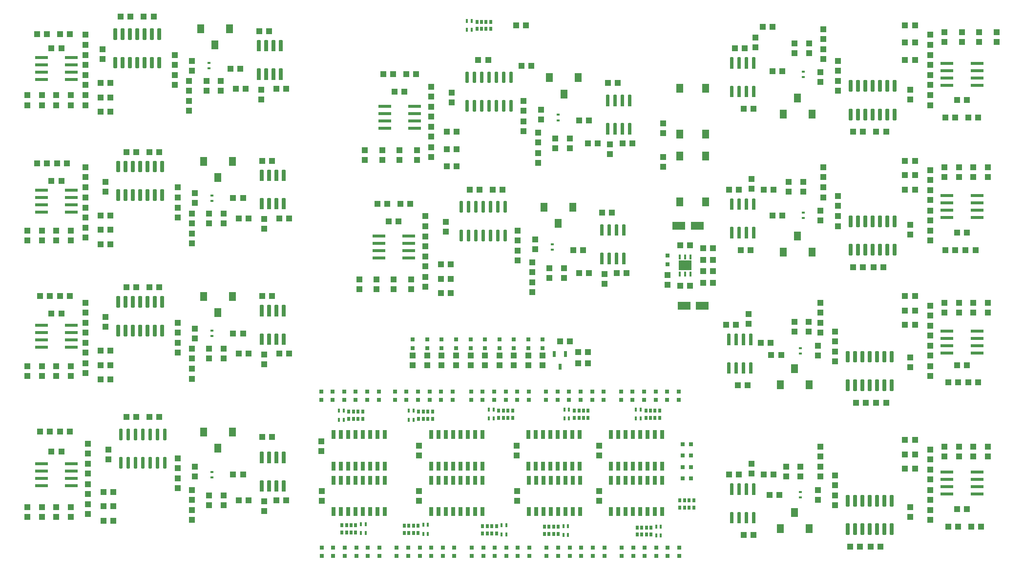
<source format=gbr>
G04 EAGLE Gerber RS-274X export*
G75*
%MOMM*%
%FSLAX34Y34*%
%LPD*%
%INSolderpaste Top*%
%IPPOS*%
%AMOC8*
5,1,8,0,0,1.08239X$1,22.5*%
G01*
%ADD10R,1.100000X1.000000*%
%ADD11R,1.000000X1.100000*%
%ADD12R,2.200000X0.600000*%
%ADD13C,0.300000*%
%ADD14R,0.550000X0.450000*%
%ADD15C,0.150000*%
%ADD16R,1.200000X1.600000*%
%ADD17R,0.500000X0.650000*%
%ADD18R,0.450000X0.700000*%
%ADD19R,0.650000X1.550000*%
%ADD20R,0.800000X0.800000*%
%ADD21R,0.400000X0.850000*%
%ADD22R,2.200000X1.700000*%
%ADD23R,1.300000X1.550000*%
%ADD24R,0.600000X1.050000*%
%ADD25R,2.200000X1.400000*%


D10*
X45000Y801500D03*
X45000Y818500D03*
X95000Y818500D03*
X95000Y801500D03*
D11*
X61500Y925000D03*
X78500Y925000D03*
D12*
X69000Y871350D03*
X121000Y871350D03*
X69000Y884050D03*
X69000Y858650D03*
X69000Y845950D03*
X121000Y884050D03*
X121000Y858650D03*
X121000Y845950D03*
D11*
X103500Y900000D03*
X86500Y900000D03*
X120000Y818500D03*
X120000Y801500D03*
X70000Y801500D03*
X70000Y818500D03*
D10*
X101500Y925000D03*
X118500Y925000D03*
D11*
X145000Y888500D03*
X145000Y871500D03*
X145000Y923500D03*
X145000Y906500D03*
X145000Y801500D03*
X145000Y818500D03*
D10*
X145000Y853500D03*
X145000Y836500D03*
D13*
X198400Y866900D02*
X198400Y883600D01*
X198400Y866900D02*
X195400Y866900D01*
X195400Y883600D01*
X198400Y883600D01*
X198400Y869750D02*
X195400Y869750D01*
X195400Y872600D02*
X198400Y872600D01*
X198400Y875450D02*
X195400Y875450D01*
X195400Y878300D02*
X198400Y878300D01*
X198400Y881150D02*
X195400Y881150D01*
X211100Y883600D02*
X211100Y866900D01*
X208100Y866900D01*
X208100Y883600D01*
X211100Y883600D01*
X211100Y869750D02*
X208100Y869750D01*
X208100Y872600D02*
X211100Y872600D01*
X211100Y875450D02*
X208100Y875450D01*
X208100Y878300D02*
X211100Y878300D01*
X211100Y881150D02*
X208100Y881150D01*
X223800Y883600D02*
X223800Y866900D01*
X220800Y866900D01*
X220800Y883600D01*
X223800Y883600D01*
X223800Y869750D02*
X220800Y869750D01*
X220800Y872600D02*
X223800Y872600D01*
X223800Y875450D02*
X220800Y875450D01*
X220800Y878300D02*
X223800Y878300D01*
X223800Y881150D02*
X220800Y881150D01*
X236500Y883600D02*
X236500Y866900D01*
X233500Y866900D01*
X233500Y883600D01*
X236500Y883600D01*
X236500Y869750D02*
X233500Y869750D01*
X233500Y872600D02*
X236500Y872600D01*
X236500Y875450D02*
X233500Y875450D01*
X233500Y878300D02*
X236500Y878300D01*
X236500Y881150D02*
X233500Y881150D01*
X249200Y883600D02*
X249200Y866900D01*
X246200Y866900D01*
X246200Y883600D01*
X249200Y883600D01*
X249200Y869750D02*
X246200Y869750D01*
X246200Y872600D02*
X249200Y872600D01*
X249200Y875450D02*
X246200Y875450D01*
X246200Y878300D02*
X249200Y878300D01*
X249200Y881150D02*
X246200Y881150D01*
X261900Y883600D02*
X261900Y866900D01*
X258900Y866900D01*
X258900Y883600D01*
X261900Y883600D01*
X261900Y869750D02*
X258900Y869750D01*
X258900Y872600D02*
X261900Y872600D01*
X261900Y875450D02*
X258900Y875450D01*
X258900Y878300D02*
X261900Y878300D01*
X261900Y881150D02*
X258900Y881150D01*
X274600Y883600D02*
X274600Y866900D01*
X271600Y866900D01*
X271600Y883600D01*
X274600Y883600D01*
X274600Y869750D02*
X271600Y869750D01*
X271600Y872600D02*
X274600Y872600D01*
X274600Y875450D02*
X271600Y875450D01*
X271600Y878300D02*
X274600Y878300D01*
X274600Y881150D02*
X271600Y881150D01*
X274600Y916400D02*
X274600Y933100D01*
X274600Y916400D02*
X271600Y916400D01*
X271600Y933100D01*
X274600Y933100D01*
X274600Y919250D02*
X271600Y919250D01*
X271600Y922100D02*
X274600Y922100D01*
X274600Y924950D02*
X271600Y924950D01*
X271600Y927800D02*
X274600Y927800D01*
X274600Y930650D02*
X271600Y930650D01*
X261900Y933100D02*
X261900Y916400D01*
X258900Y916400D01*
X258900Y933100D01*
X261900Y933100D01*
X261900Y919250D02*
X258900Y919250D01*
X258900Y922100D02*
X261900Y922100D01*
X261900Y924950D02*
X258900Y924950D01*
X258900Y927800D02*
X261900Y927800D01*
X261900Y930650D02*
X258900Y930650D01*
X249200Y933100D02*
X249200Y916400D01*
X246200Y916400D01*
X246200Y933100D01*
X249200Y933100D01*
X249200Y919250D02*
X246200Y919250D01*
X246200Y922100D02*
X249200Y922100D01*
X249200Y924950D02*
X246200Y924950D01*
X246200Y927800D02*
X249200Y927800D01*
X249200Y930650D02*
X246200Y930650D01*
X236500Y933100D02*
X236500Y916400D01*
X233500Y916400D01*
X233500Y933100D01*
X236500Y933100D01*
X236500Y919250D02*
X233500Y919250D01*
X233500Y922100D02*
X236500Y922100D01*
X236500Y924950D02*
X233500Y924950D01*
X233500Y927800D02*
X236500Y927800D01*
X236500Y930650D02*
X233500Y930650D01*
X223800Y933100D02*
X223800Y916400D01*
X220800Y916400D01*
X220800Y933100D01*
X223800Y933100D01*
X223800Y919250D02*
X220800Y919250D01*
X220800Y922100D02*
X223800Y922100D01*
X223800Y924950D02*
X220800Y924950D01*
X220800Y927800D02*
X223800Y927800D01*
X223800Y930650D02*
X220800Y930650D01*
X211100Y933100D02*
X211100Y916400D01*
X208100Y916400D01*
X208100Y933100D01*
X211100Y933100D01*
X211100Y919250D02*
X208100Y919250D01*
X208100Y922100D02*
X211100Y922100D01*
X211100Y924950D02*
X208100Y924950D01*
X208100Y927800D02*
X211100Y927800D01*
X211100Y930650D02*
X208100Y930650D01*
X198400Y933100D02*
X198400Y916400D01*
X195400Y916400D01*
X195400Y933100D01*
X198400Y933100D01*
X198400Y919250D02*
X195400Y919250D01*
X195400Y922100D02*
X198400Y922100D01*
X198400Y924950D02*
X195400Y924950D01*
X195400Y927800D02*
X198400Y927800D01*
X198400Y930650D02*
X195400Y930650D01*
D10*
X171500Y815000D03*
X188500Y815000D03*
D11*
X175000Y881500D03*
X175000Y898500D03*
X171500Y840000D03*
X188500Y840000D03*
D10*
X188500Y790000D03*
X171500Y790000D03*
D11*
X300000Y871500D03*
X300000Y888500D03*
X300000Y836500D03*
X300000Y853500D03*
X325000Y791500D03*
X325000Y808500D03*
X355000Y826500D03*
X355000Y843500D03*
D10*
X325000Y826500D03*
X325000Y843500D03*
X330000Y878500D03*
X330000Y861500D03*
D14*
X360000Y865250D03*
X360000Y874750D03*
D10*
X380000Y826500D03*
X380000Y843500D03*
D11*
X223500Y955000D03*
X206500Y955000D03*
X246500Y955000D03*
X263500Y955000D03*
D15*
X448200Y864400D02*
X448200Y846200D01*
X443700Y846200D01*
X443700Y864400D01*
X448200Y864400D01*
X448200Y847625D02*
X443700Y847625D01*
X443700Y849050D02*
X448200Y849050D01*
X448200Y850475D02*
X443700Y850475D01*
X443700Y851900D02*
X448200Y851900D01*
X448200Y853325D02*
X443700Y853325D01*
X443700Y854750D02*
X448200Y854750D01*
X448200Y856175D02*
X443700Y856175D01*
X443700Y857600D02*
X448200Y857600D01*
X448200Y859025D02*
X443700Y859025D01*
X443700Y860450D02*
X448200Y860450D01*
X448200Y861875D02*
X443700Y861875D01*
X443700Y863300D02*
X448200Y863300D01*
X460900Y864400D02*
X460900Y846200D01*
X456400Y846200D01*
X456400Y864400D01*
X460900Y864400D01*
X460900Y847625D02*
X456400Y847625D01*
X456400Y849050D02*
X460900Y849050D01*
X460900Y850475D02*
X456400Y850475D01*
X456400Y851900D02*
X460900Y851900D01*
X460900Y853325D02*
X456400Y853325D01*
X456400Y854750D02*
X460900Y854750D01*
X460900Y856175D02*
X456400Y856175D01*
X456400Y857600D02*
X460900Y857600D01*
X460900Y859025D02*
X456400Y859025D01*
X456400Y860450D02*
X460900Y860450D01*
X460900Y861875D02*
X456400Y861875D01*
X456400Y863300D02*
X460900Y863300D01*
X473600Y864400D02*
X473600Y846200D01*
X469100Y846200D01*
X469100Y864400D01*
X473600Y864400D01*
X473600Y847625D02*
X469100Y847625D01*
X469100Y849050D02*
X473600Y849050D01*
X473600Y850475D02*
X469100Y850475D01*
X469100Y851900D02*
X473600Y851900D01*
X473600Y853325D02*
X469100Y853325D01*
X469100Y854750D02*
X473600Y854750D01*
X473600Y856175D02*
X469100Y856175D01*
X469100Y857600D02*
X473600Y857600D01*
X473600Y859025D02*
X469100Y859025D01*
X469100Y860450D02*
X473600Y860450D01*
X473600Y861875D02*
X469100Y861875D01*
X469100Y863300D02*
X473600Y863300D01*
X486300Y864400D02*
X486300Y846200D01*
X481800Y846200D01*
X481800Y864400D01*
X486300Y864400D01*
X486300Y847625D02*
X481800Y847625D01*
X481800Y849050D02*
X486300Y849050D01*
X486300Y850475D02*
X481800Y850475D01*
X481800Y851900D02*
X486300Y851900D01*
X486300Y853325D02*
X481800Y853325D01*
X481800Y854750D02*
X486300Y854750D01*
X486300Y856175D02*
X481800Y856175D01*
X481800Y857600D02*
X486300Y857600D01*
X486300Y859025D02*
X481800Y859025D01*
X481800Y860450D02*
X486300Y860450D01*
X486300Y861875D02*
X481800Y861875D01*
X481800Y863300D02*
X486300Y863300D01*
X486300Y895600D02*
X486300Y913800D01*
X486300Y895600D02*
X481800Y895600D01*
X481800Y913800D01*
X486300Y913800D01*
X486300Y897025D02*
X481800Y897025D01*
X481800Y898450D02*
X486300Y898450D01*
X486300Y899875D02*
X481800Y899875D01*
X481800Y901300D02*
X486300Y901300D01*
X486300Y902725D02*
X481800Y902725D01*
X481800Y904150D02*
X486300Y904150D01*
X486300Y905575D02*
X481800Y905575D01*
X481800Y907000D02*
X486300Y907000D01*
X486300Y908425D02*
X481800Y908425D01*
X481800Y909850D02*
X486300Y909850D01*
X486300Y911275D02*
X481800Y911275D01*
X481800Y912700D02*
X486300Y912700D01*
X473600Y913800D02*
X473600Y895600D01*
X469100Y895600D01*
X469100Y913800D01*
X473600Y913800D01*
X473600Y897025D02*
X469100Y897025D01*
X469100Y898450D02*
X473600Y898450D01*
X473600Y899875D02*
X469100Y899875D01*
X469100Y901300D02*
X473600Y901300D01*
X473600Y902725D02*
X469100Y902725D01*
X469100Y904150D02*
X473600Y904150D01*
X473600Y905575D02*
X469100Y905575D01*
X469100Y907000D02*
X473600Y907000D01*
X473600Y908425D02*
X469100Y908425D01*
X469100Y909850D02*
X473600Y909850D01*
X473600Y911275D02*
X469100Y911275D01*
X469100Y912700D02*
X473600Y912700D01*
X460900Y913800D02*
X460900Y895600D01*
X456400Y895600D01*
X456400Y913800D01*
X460900Y913800D01*
X460900Y897025D02*
X456400Y897025D01*
X456400Y898450D02*
X460900Y898450D01*
X460900Y899875D02*
X456400Y899875D01*
X456400Y901300D02*
X460900Y901300D01*
X460900Y902725D02*
X456400Y902725D01*
X456400Y904150D02*
X460900Y904150D01*
X460900Y905575D02*
X456400Y905575D01*
X456400Y907000D02*
X460900Y907000D01*
X460900Y908425D02*
X456400Y908425D01*
X456400Y909850D02*
X460900Y909850D01*
X460900Y911275D02*
X456400Y911275D01*
X456400Y912700D02*
X460900Y912700D01*
X448200Y913800D02*
X448200Y895600D01*
X443700Y895600D01*
X443700Y913800D01*
X448200Y913800D01*
X448200Y897025D02*
X443700Y897025D01*
X443700Y898450D02*
X448200Y898450D01*
X448200Y899875D02*
X443700Y899875D01*
X443700Y901300D02*
X448200Y901300D01*
X448200Y902725D02*
X443700Y902725D01*
X443700Y904150D02*
X448200Y904150D01*
X448200Y905575D02*
X443700Y905575D01*
X443700Y907000D02*
X448200Y907000D01*
X448200Y908425D02*
X443700Y908425D01*
X443700Y909850D02*
X448200Y909850D01*
X448200Y911275D02*
X443700Y911275D01*
X443700Y912700D02*
X448200Y912700D01*
D16*
X395000Y934000D03*
X370000Y906000D03*
X345000Y934000D03*
D11*
X493500Y830000D03*
X476500Y830000D03*
X423500Y830000D03*
X406500Y830000D03*
D10*
X446500Y930000D03*
X463500Y930000D03*
D11*
X450000Y828500D03*
X450000Y811500D03*
D10*
X396500Y865000D03*
X413500Y865000D03*
X45000Y566500D03*
X45000Y583500D03*
X95000Y583500D03*
X95000Y566500D03*
D11*
X61500Y700000D03*
X78500Y700000D03*
D12*
X69000Y641350D03*
X121000Y641350D03*
X69000Y654050D03*
X69000Y628650D03*
X69000Y615950D03*
X121000Y654050D03*
X121000Y628650D03*
X121000Y615950D03*
D11*
X120000Y583500D03*
X120000Y566500D03*
X70000Y566500D03*
X70000Y583500D03*
D10*
X96500Y700000D03*
X113500Y700000D03*
D11*
X145000Y658500D03*
X145000Y641500D03*
X145000Y693500D03*
X145000Y676500D03*
X145000Y571500D03*
X145000Y588500D03*
D10*
X145000Y623500D03*
X145000Y606500D03*
D13*
X203400Y636900D02*
X203400Y653600D01*
X203400Y636900D02*
X200400Y636900D01*
X200400Y653600D01*
X203400Y653600D01*
X203400Y639750D02*
X200400Y639750D01*
X200400Y642600D02*
X203400Y642600D01*
X203400Y645450D02*
X200400Y645450D01*
X200400Y648300D02*
X203400Y648300D01*
X203400Y651150D02*
X200400Y651150D01*
X216100Y653600D02*
X216100Y636900D01*
X213100Y636900D01*
X213100Y653600D01*
X216100Y653600D01*
X216100Y639750D02*
X213100Y639750D01*
X213100Y642600D02*
X216100Y642600D01*
X216100Y645450D02*
X213100Y645450D01*
X213100Y648300D02*
X216100Y648300D01*
X216100Y651150D02*
X213100Y651150D01*
X228800Y653600D02*
X228800Y636900D01*
X225800Y636900D01*
X225800Y653600D01*
X228800Y653600D01*
X228800Y639750D02*
X225800Y639750D01*
X225800Y642600D02*
X228800Y642600D01*
X228800Y645450D02*
X225800Y645450D01*
X225800Y648300D02*
X228800Y648300D01*
X228800Y651150D02*
X225800Y651150D01*
X241500Y653600D02*
X241500Y636900D01*
X238500Y636900D01*
X238500Y653600D01*
X241500Y653600D01*
X241500Y639750D02*
X238500Y639750D01*
X238500Y642600D02*
X241500Y642600D01*
X241500Y645450D02*
X238500Y645450D01*
X238500Y648300D02*
X241500Y648300D01*
X241500Y651150D02*
X238500Y651150D01*
X254200Y653600D02*
X254200Y636900D01*
X251200Y636900D01*
X251200Y653600D01*
X254200Y653600D01*
X254200Y639750D02*
X251200Y639750D01*
X251200Y642600D02*
X254200Y642600D01*
X254200Y645450D02*
X251200Y645450D01*
X251200Y648300D02*
X254200Y648300D01*
X254200Y651150D02*
X251200Y651150D01*
X266900Y653600D02*
X266900Y636900D01*
X263900Y636900D01*
X263900Y653600D01*
X266900Y653600D01*
X266900Y639750D02*
X263900Y639750D01*
X263900Y642600D02*
X266900Y642600D01*
X266900Y645450D02*
X263900Y645450D01*
X263900Y648300D02*
X266900Y648300D01*
X266900Y651150D02*
X263900Y651150D01*
X279600Y653600D02*
X279600Y636900D01*
X276600Y636900D01*
X276600Y653600D01*
X279600Y653600D01*
X279600Y639750D02*
X276600Y639750D01*
X276600Y642600D02*
X279600Y642600D01*
X279600Y645450D02*
X276600Y645450D01*
X276600Y648300D02*
X279600Y648300D01*
X279600Y651150D02*
X276600Y651150D01*
X279600Y686400D02*
X279600Y703100D01*
X279600Y686400D02*
X276600Y686400D01*
X276600Y703100D01*
X279600Y703100D01*
X279600Y689250D02*
X276600Y689250D01*
X276600Y692100D02*
X279600Y692100D01*
X279600Y694950D02*
X276600Y694950D01*
X276600Y697800D02*
X279600Y697800D01*
X279600Y700650D02*
X276600Y700650D01*
X266900Y703100D02*
X266900Y686400D01*
X263900Y686400D01*
X263900Y703100D01*
X266900Y703100D01*
X266900Y689250D02*
X263900Y689250D01*
X263900Y692100D02*
X266900Y692100D01*
X266900Y694950D02*
X263900Y694950D01*
X263900Y697800D02*
X266900Y697800D01*
X266900Y700650D02*
X263900Y700650D01*
X254200Y703100D02*
X254200Y686400D01*
X251200Y686400D01*
X251200Y703100D01*
X254200Y703100D01*
X254200Y689250D02*
X251200Y689250D01*
X251200Y692100D02*
X254200Y692100D01*
X254200Y694950D02*
X251200Y694950D01*
X251200Y697800D02*
X254200Y697800D01*
X254200Y700650D02*
X251200Y700650D01*
X241500Y703100D02*
X241500Y686400D01*
X238500Y686400D01*
X238500Y703100D01*
X241500Y703100D01*
X241500Y689250D02*
X238500Y689250D01*
X238500Y692100D02*
X241500Y692100D01*
X241500Y694950D02*
X238500Y694950D01*
X238500Y697800D02*
X241500Y697800D01*
X241500Y700650D02*
X238500Y700650D01*
X228800Y703100D02*
X228800Y686400D01*
X225800Y686400D01*
X225800Y703100D01*
X228800Y703100D01*
X228800Y689250D02*
X225800Y689250D01*
X225800Y692100D02*
X228800Y692100D01*
X228800Y694950D02*
X225800Y694950D01*
X225800Y697800D02*
X228800Y697800D01*
X228800Y700650D02*
X225800Y700650D01*
X216100Y703100D02*
X216100Y686400D01*
X213100Y686400D01*
X213100Y703100D01*
X216100Y703100D01*
X216100Y689250D02*
X213100Y689250D01*
X213100Y692100D02*
X216100Y692100D01*
X216100Y694950D02*
X213100Y694950D01*
X213100Y697800D02*
X216100Y697800D01*
X216100Y700650D02*
X213100Y700650D01*
X203400Y703100D02*
X203400Y686400D01*
X200400Y686400D01*
X200400Y703100D01*
X203400Y703100D01*
X203400Y689250D02*
X200400Y689250D01*
X200400Y692100D02*
X203400Y692100D01*
X203400Y694950D02*
X200400Y694950D01*
X200400Y697800D02*
X203400Y697800D01*
X203400Y700650D02*
X200400Y700650D01*
D10*
X171500Y585000D03*
X188500Y585000D03*
D11*
X180000Y651500D03*
X180000Y668500D03*
X171500Y610000D03*
X188500Y610000D03*
D10*
X188500Y560000D03*
X171500Y560000D03*
D11*
X305000Y623500D03*
X305000Y606500D03*
X305000Y641500D03*
X305000Y658500D03*
X330000Y561500D03*
X330000Y578500D03*
X360000Y596500D03*
X360000Y613500D03*
D10*
X330000Y596500D03*
X330000Y613500D03*
X335000Y648500D03*
X335000Y631500D03*
D14*
X365000Y635250D03*
X365000Y644750D03*
D10*
X385000Y596500D03*
X385000Y613500D03*
D11*
X233500Y720000D03*
X216500Y720000D03*
X256500Y720000D03*
X273500Y720000D03*
D15*
X453200Y639400D02*
X453200Y621200D01*
X448700Y621200D01*
X448700Y639400D01*
X453200Y639400D01*
X453200Y622625D02*
X448700Y622625D01*
X448700Y624050D02*
X453200Y624050D01*
X453200Y625475D02*
X448700Y625475D01*
X448700Y626900D02*
X453200Y626900D01*
X453200Y628325D02*
X448700Y628325D01*
X448700Y629750D02*
X453200Y629750D01*
X453200Y631175D02*
X448700Y631175D01*
X448700Y632600D02*
X453200Y632600D01*
X453200Y634025D02*
X448700Y634025D01*
X448700Y635450D02*
X453200Y635450D01*
X453200Y636875D02*
X448700Y636875D01*
X448700Y638300D02*
X453200Y638300D01*
X465900Y639400D02*
X465900Y621200D01*
X461400Y621200D01*
X461400Y639400D01*
X465900Y639400D01*
X465900Y622625D02*
X461400Y622625D01*
X461400Y624050D02*
X465900Y624050D01*
X465900Y625475D02*
X461400Y625475D01*
X461400Y626900D02*
X465900Y626900D01*
X465900Y628325D02*
X461400Y628325D01*
X461400Y629750D02*
X465900Y629750D01*
X465900Y631175D02*
X461400Y631175D01*
X461400Y632600D02*
X465900Y632600D01*
X465900Y634025D02*
X461400Y634025D01*
X461400Y635450D02*
X465900Y635450D01*
X465900Y636875D02*
X461400Y636875D01*
X461400Y638300D02*
X465900Y638300D01*
X478600Y639400D02*
X478600Y621200D01*
X474100Y621200D01*
X474100Y639400D01*
X478600Y639400D01*
X478600Y622625D02*
X474100Y622625D01*
X474100Y624050D02*
X478600Y624050D01*
X478600Y625475D02*
X474100Y625475D01*
X474100Y626900D02*
X478600Y626900D01*
X478600Y628325D02*
X474100Y628325D01*
X474100Y629750D02*
X478600Y629750D01*
X478600Y631175D02*
X474100Y631175D01*
X474100Y632600D02*
X478600Y632600D01*
X478600Y634025D02*
X474100Y634025D01*
X474100Y635450D02*
X478600Y635450D01*
X478600Y636875D02*
X474100Y636875D01*
X474100Y638300D02*
X478600Y638300D01*
X491300Y639400D02*
X491300Y621200D01*
X486800Y621200D01*
X486800Y639400D01*
X491300Y639400D01*
X491300Y622625D02*
X486800Y622625D01*
X486800Y624050D02*
X491300Y624050D01*
X491300Y625475D02*
X486800Y625475D01*
X486800Y626900D02*
X491300Y626900D01*
X491300Y628325D02*
X486800Y628325D01*
X486800Y629750D02*
X491300Y629750D01*
X491300Y631175D02*
X486800Y631175D01*
X486800Y632600D02*
X491300Y632600D01*
X491300Y634025D02*
X486800Y634025D01*
X486800Y635450D02*
X491300Y635450D01*
X491300Y636875D02*
X486800Y636875D01*
X486800Y638300D02*
X491300Y638300D01*
X491300Y670600D02*
X491300Y688800D01*
X491300Y670600D02*
X486800Y670600D01*
X486800Y688800D01*
X491300Y688800D01*
X491300Y672025D02*
X486800Y672025D01*
X486800Y673450D02*
X491300Y673450D01*
X491300Y674875D02*
X486800Y674875D01*
X486800Y676300D02*
X491300Y676300D01*
X491300Y677725D02*
X486800Y677725D01*
X486800Y679150D02*
X491300Y679150D01*
X491300Y680575D02*
X486800Y680575D01*
X486800Y682000D02*
X491300Y682000D01*
X491300Y683425D02*
X486800Y683425D01*
X486800Y684850D02*
X491300Y684850D01*
X491300Y686275D02*
X486800Y686275D01*
X486800Y687700D02*
X491300Y687700D01*
X478600Y688800D02*
X478600Y670600D01*
X474100Y670600D01*
X474100Y688800D01*
X478600Y688800D01*
X478600Y672025D02*
X474100Y672025D01*
X474100Y673450D02*
X478600Y673450D01*
X478600Y674875D02*
X474100Y674875D01*
X474100Y676300D02*
X478600Y676300D01*
X478600Y677725D02*
X474100Y677725D01*
X474100Y679150D02*
X478600Y679150D01*
X478600Y680575D02*
X474100Y680575D01*
X474100Y682000D02*
X478600Y682000D01*
X478600Y683425D02*
X474100Y683425D01*
X474100Y684850D02*
X478600Y684850D01*
X478600Y686275D02*
X474100Y686275D01*
X474100Y687700D02*
X478600Y687700D01*
X465900Y688800D02*
X465900Y670600D01*
X461400Y670600D01*
X461400Y688800D01*
X465900Y688800D01*
X465900Y672025D02*
X461400Y672025D01*
X461400Y673450D02*
X465900Y673450D01*
X465900Y674875D02*
X461400Y674875D01*
X461400Y676300D02*
X465900Y676300D01*
X465900Y677725D02*
X461400Y677725D01*
X461400Y679150D02*
X465900Y679150D01*
X465900Y680575D02*
X461400Y680575D01*
X461400Y682000D02*
X465900Y682000D01*
X465900Y683425D02*
X461400Y683425D01*
X461400Y684850D02*
X465900Y684850D01*
X465900Y686275D02*
X461400Y686275D01*
X461400Y687700D02*
X465900Y687700D01*
X453200Y688800D02*
X453200Y670600D01*
X448700Y670600D01*
X448700Y688800D01*
X453200Y688800D01*
X453200Y672025D02*
X448700Y672025D01*
X448700Y673450D02*
X453200Y673450D01*
X453200Y674875D02*
X448700Y674875D01*
X448700Y676300D02*
X453200Y676300D01*
X453200Y677725D02*
X448700Y677725D01*
X448700Y679150D02*
X453200Y679150D01*
X453200Y680575D02*
X448700Y680575D01*
X448700Y682000D02*
X453200Y682000D01*
X453200Y683425D02*
X448700Y683425D01*
X448700Y684850D02*
X453200Y684850D01*
X453200Y686275D02*
X448700Y686275D01*
X448700Y687700D02*
X453200Y687700D01*
D16*
X400000Y704000D03*
X375000Y676000D03*
X350000Y704000D03*
D11*
X411500Y605000D03*
X428500Y605000D03*
X481500Y605000D03*
X498500Y605000D03*
D10*
X451500Y705000D03*
X468500Y705000D03*
D11*
X455000Y603500D03*
X455000Y586500D03*
D10*
X418500Y640000D03*
X401500Y640000D03*
X45000Y331500D03*
X45000Y348500D03*
X95000Y348500D03*
X95000Y331500D03*
D11*
X66500Y470000D03*
X83500Y470000D03*
D12*
X69000Y406350D03*
X121000Y406350D03*
X69000Y419050D03*
X69000Y393650D03*
X69000Y380950D03*
X121000Y419050D03*
X121000Y393650D03*
X121000Y380950D03*
D11*
X103500Y440000D03*
X86500Y440000D03*
X120000Y348500D03*
X120000Y331500D03*
X70000Y331500D03*
X70000Y348500D03*
D10*
X101500Y470000D03*
X118500Y470000D03*
D11*
X145000Y423500D03*
X145000Y406500D03*
X145000Y458500D03*
X145000Y441500D03*
X145000Y336500D03*
X145000Y353500D03*
D10*
X145000Y388500D03*
X145000Y371500D03*
D13*
X203400Y401900D02*
X203400Y418600D01*
X203400Y401900D02*
X200400Y401900D01*
X200400Y418600D01*
X203400Y418600D01*
X203400Y404750D02*
X200400Y404750D01*
X200400Y407600D02*
X203400Y407600D01*
X203400Y410450D02*
X200400Y410450D01*
X200400Y413300D02*
X203400Y413300D01*
X203400Y416150D02*
X200400Y416150D01*
X216100Y418600D02*
X216100Y401900D01*
X213100Y401900D01*
X213100Y418600D01*
X216100Y418600D01*
X216100Y404750D02*
X213100Y404750D01*
X213100Y407600D02*
X216100Y407600D01*
X216100Y410450D02*
X213100Y410450D01*
X213100Y413300D02*
X216100Y413300D01*
X216100Y416150D02*
X213100Y416150D01*
X228800Y418600D02*
X228800Y401900D01*
X225800Y401900D01*
X225800Y418600D01*
X228800Y418600D01*
X228800Y404750D02*
X225800Y404750D01*
X225800Y407600D02*
X228800Y407600D01*
X228800Y410450D02*
X225800Y410450D01*
X225800Y413300D02*
X228800Y413300D01*
X228800Y416150D02*
X225800Y416150D01*
X241500Y418600D02*
X241500Y401900D01*
X238500Y401900D01*
X238500Y418600D01*
X241500Y418600D01*
X241500Y404750D02*
X238500Y404750D01*
X238500Y407600D02*
X241500Y407600D01*
X241500Y410450D02*
X238500Y410450D01*
X238500Y413300D02*
X241500Y413300D01*
X241500Y416150D02*
X238500Y416150D01*
X254200Y418600D02*
X254200Y401900D01*
X251200Y401900D01*
X251200Y418600D01*
X254200Y418600D01*
X254200Y404750D02*
X251200Y404750D01*
X251200Y407600D02*
X254200Y407600D01*
X254200Y410450D02*
X251200Y410450D01*
X251200Y413300D02*
X254200Y413300D01*
X254200Y416150D02*
X251200Y416150D01*
X266900Y418600D02*
X266900Y401900D01*
X263900Y401900D01*
X263900Y418600D01*
X266900Y418600D01*
X266900Y404750D02*
X263900Y404750D01*
X263900Y407600D02*
X266900Y407600D01*
X266900Y410450D02*
X263900Y410450D01*
X263900Y413300D02*
X266900Y413300D01*
X266900Y416150D02*
X263900Y416150D01*
X279600Y418600D02*
X279600Y401900D01*
X276600Y401900D01*
X276600Y418600D01*
X279600Y418600D01*
X279600Y404750D02*
X276600Y404750D01*
X276600Y407600D02*
X279600Y407600D01*
X279600Y410450D02*
X276600Y410450D01*
X276600Y413300D02*
X279600Y413300D01*
X279600Y416150D02*
X276600Y416150D01*
X279600Y451400D02*
X279600Y468100D01*
X279600Y451400D02*
X276600Y451400D01*
X276600Y468100D01*
X279600Y468100D01*
X279600Y454250D02*
X276600Y454250D01*
X276600Y457100D02*
X279600Y457100D01*
X279600Y459950D02*
X276600Y459950D01*
X276600Y462800D02*
X279600Y462800D01*
X279600Y465650D02*
X276600Y465650D01*
X266900Y468100D02*
X266900Y451400D01*
X263900Y451400D01*
X263900Y468100D01*
X266900Y468100D01*
X266900Y454250D02*
X263900Y454250D01*
X263900Y457100D02*
X266900Y457100D01*
X266900Y459950D02*
X263900Y459950D01*
X263900Y462800D02*
X266900Y462800D01*
X266900Y465650D02*
X263900Y465650D01*
X254200Y468100D02*
X254200Y451400D01*
X251200Y451400D01*
X251200Y468100D01*
X254200Y468100D01*
X254200Y454250D02*
X251200Y454250D01*
X251200Y457100D02*
X254200Y457100D01*
X254200Y459950D02*
X251200Y459950D01*
X251200Y462800D02*
X254200Y462800D01*
X254200Y465650D02*
X251200Y465650D01*
X241500Y468100D02*
X241500Y451400D01*
X238500Y451400D01*
X238500Y468100D01*
X241500Y468100D01*
X241500Y454250D02*
X238500Y454250D01*
X238500Y457100D02*
X241500Y457100D01*
X241500Y459950D02*
X238500Y459950D01*
X238500Y462800D02*
X241500Y462800D01*
X241500Y465650D02*
X238500Y465650D01*
X228800Y468100D02*
X228800Y451400D01*
X225800Y451400D01*
X225800Y468100D01*
X228800Y468100D01*
X228800Y454250D02*
X225800Y454250D01*
X225800Y457100D02*
X228800Y457100D01*
X228800Y459950D02*
X225800Y459950D01*
X225800Y462800D02*
X228800Y462800D01*
X228800Y465650D02*
X225800Y465650D01*
X216100Y468100D02*
X216100Y451400D01*
X213100Y451400D01*
X213100Y468100D01*
X216100Y468100D01*
X216100Y454250D02*
X213100Y454250D01*
X213100Y457100D02*
X216100Y457100D01*
X216100Y459950D02*
X213100Y459950D01*
X213100Y462800D02*
X216100Y462800D01*
X216100Y465650D02*
X213100Y465650D01*
X203400Y468100D02*
X203400Y451400D01*
X200400Y451400D01*
X200400Y468100D01*
X203400Y468100D01*
X203400Y454250D02*
X200400Y454250D01*
X200400Y457100D02*
X203400Y457100D01*
X203400Y459950D02*
X200400Y459950D01*
X200400Y462800D02*
X203400Y462800D01*
X203400Y465650D02*
X200400Y465650D01*
D10*
X171500Y350000D03*
X188500Y350000D03*
D11*
X180000Y416500D03*
X180000Y433500D03*
X171500Y375000D03*
X188500Y375000D03*
D10*
X188500Y325000D03*
X171500Y325000D03*
D11*
X305000Y388500D03*
X305000Y371500D03*
X305000Y406500D03*
X305000Y423500D03*
X330000Y326500D03*
X330000Y343500D03*
X360000Y361500D03*
X360000Y378500D03*
D10*
X330000Y361500D03*
X330000Y378500D03*
D14*
X365000Y400250D03*
X365000Y409750D03*
D10*
X385000Y361500D03*
X385000Y378500D03*
D11*
X233500Y485000D03*
X216500Y485000D03*
X256500Y485000D03*
X273500Y485000D03*
D15*
X453200Y404400D02*
X453200Y386200D01*
X448700Y386200D01*
X448700Y404400D01*
X453200Y404400D01*
X453200Y387625D02*
X448700Y387625D01*
X448700Y389050D02*
X453200Y389050D01*
X453200Y390475D02*
X448700Y390475D01*
X448700Y391900D02*
X453200Y391900D01*
X453200Y393325D02*
X448700Y393325D01*
X448700Y394750D02*
X453200Y394750D01*
X453200Y396175D02*
X448700Y396175D01*
X448700Y397600D02*
X453200Y397600D01*
X453200Y399025D02*
X448700Y399025D01*
X448700Y400450D02*
X453200Y400450D01*
X453200Y401875D02*
X448700Y401875D01*
X448700Y403300D02*
X453200Y403300D01*
X465900Y404400D02*
X465900Y386200D01*
X461400Y386200D01*
X461400Y404400D01*
X465900Y404400D01*
X465900Y387625D02*
X461400Y387625D01*
X461400Y389050D02*
X465900Y389050D01*
X465900Y390475D02*
X461400Y390475D01*
X461400Y391900D02*
X465900Y391900D01*
X465900Y393325D02*
X461400Y393325D01*
X461400Y394750D02*
X465900Y394750D01*
X465900Y396175D02*
X461400Y396175D01*
X461400Y397600D02*
X465900Y397600D01*
X465900Y399025D02*
X461400Y399025D01*
X461400Y400450D02*
X465900Y400450D01*
X465900Y401875D02*
X461400Y401875D01*
X461400Y403300D02*
X465900Y403300D01*
X478600Y404400D02*
X478600Y386200D01*
X474100Y386200D01*
X474100Y404400D01*
X478600Y404400D01*
X478600Y387625D02*
X474100Y387625D01*
X474100Y389050D02*
X478600Y389050D01*
X478600Y390475D02*
X474100Y390475D01*
X474100Y391900D02*
X478600Y391900D01*
X478600Y393325D02*
X474100Y393325D01*
X474100Y394750D02*
X478600Y394750D01*
X478600Y396175D02*
X474100Y396175D01*
X474100Y397600D02*
X478600Y397600D01*
X478600Y399025D02*
X474100Y399025D01*
X474100Y400450D02*
X478600Y400450D01*
X478600Y401875D02*
X474100Y401875D01*
X474100Y403300D02*
X478600Y403300D01*
X491300Y404400D02*
X491300Y386200D01*
X486800Y386200D01*
X486800Y404400D01*
X491300Y404400D01*
X491300Y387625D02*
X486800Y387625D01*
X486800Y389050D02*
X491300Y389050D01*
X491300Y390475D02*
X486800Y390475D01*
X486800Y391900D02*
X491300Y391900D01*
X491300Y393325D02*
X486800Y393325D01*
X486800Y394750D02*
X491300Y394750D01*
X491300Y396175D02*
X486800Y396175D01*
X486800Y397600D02*
X491300Y397600D01*
X491300Y399025D02*
X486800Y399025D01*
X486800Y400450D02*
X491300Y400450D01*
X491300Y401875D02*
X486800Y401875D01*
X486800Y403300D02*
X491300Y403300D01*
X491300Y435600D02*
X491300Y453800D01*
X491300Y435600D02*
X486800Y435600D01*
X486800Y453800D01*
X491300Y453800D01*
X491300Y437025D02*
X486800Y437025D01*
X486800Y438450D02*
X491300Y438450D01*
X491300Y439875D02*
X486800Y439875D01*
X486800Y441300D02*
X491300Y441300D01*
X491300Y442725D02*
X486800Y442725D01*
X486800Y444150D02*
X491300Y444150D01*
X491300Y445575D02*
X486800Y445575D01*
X486800Y447000D02*
X491300Y447000D01*
X491300Y448425D02*
X486800Y448425D01*
X486800Y449850D02*
X491300Y449850D01*
X491300Y451275D02*
X486800Y451275D01*
X486800Y452700D02*
X491300Y452700D01*
X478600Y453800D02*
X478600Y435600D01*
X474100Y435600D01*
X474100Y453800D01*
X478600Y453800D01*
X478600Y437025D02*
X474100Y437025D01*
X474100Y438450D02*
X478600Y438450D01*
X478600Y439875D02*
X474100Y439875D01*
X474100Y441300D02*
X478600Y441300D01*
X478600Y442725D02*
X474100Y442725D01*
X474100Y444150D02*
X478600Y444150D01*
X478600Y445575D02*
X474100Y445575D01*
X474100Y447000D02*
X478600Y447000D01*
X478600Y448425D02*
X474100Y448425D01*
X474100Y449850D02*
X478600Y449850D01*
X478600Y451275D02*
X474100Y451275D01*
X474100Y452700D02*
X478600Y452700D01*
X465900Y453800D02*
X465900Y435600D01*
X461400Y435600D01*
X461400Y453800D01*
X465900Y453800D01*
X465900Y437025D02*
X461400Y437025D01*
X461400Y438450D02*
X465900Y438450D01*
X465900Y439875D02*
X461400Y439875D01*
X461400Y441300D02*
X465900Y441300D01*
X465900Y442725D02*
X461400Y442725D01*
X461400Y444150D02*
X465900Y444150D01*
X465900Y445575D02*
X461400Y445575D01*
X461400Y447000D02*
X465900Y447000D01*
X465900Y448425D02*
X461400Y448425D01*
X461400Y449850D02*
X465900Y449850D01*
X465900Y451275D02*
X461400Y451275D01*
X461400Y452700D02*
X465900Y452700D01*
X453200Y453800D02*
X453200Y435600D01*
X448700Y435600D01*
X448700Y453800D01*
X453200Y453800D01*
X453200Y437025D02*
X448700Y437025D01*
X448700Y438450D02*
X453200Y438450D01*
X453200Y439875D02*
X448700Y439875D01*
X448700Y441300D02*
X453200Y441300D01*
X453200Y442725D02*
X448700Y442725D01*
X448700Y444150D02*
X453200Y444150D01*
X453200Y445575D02*
X448700Y445575D01*
X448700Y447000D02*
X453200Y447000D01*
X453200Y448425D02*
X448700Y448425D01*
X448700Y449850D02*
X453200Y449850D01*
X453200Y451275D02*
X448700Y451275D01*
X448700Y452700D02*
X453200Y452700D01*
D16*
X400000Y469000D03*
X375000Y441000D03*
X350000Y469000D03*
D11*
X411500Y370000D03*
X428500Y370000D03*
X481500Y370000D03*
X498500Y370000D03*
D10*
X451500Y470000D03*
X468500Y470000D03*
D11*
X455000Y368500D03*
X455000Y351500D03*
D10*
X418500Y405000D03*
X401500Y405000D03*
D11*
X103500Y670000D03*
X86500Y670000D03*
D10*
X45000Y86500D03*
X45000Y103500D03*
X70000Y103500D03*
X70000Y86500D03*
D11*
X66500Y235000D03*
X83500Y235000D03*
D12*
X69000Y166350D03*
X121000Y166350D03*
X69000Y179050D03*
X69000Y153650D03*
X69000Y140950D03*
X121000Y179050D03*
X121000Y153650D03*
X121000Y140950D03*
D11*
X103500Y200000D03*
X86500Y200000D03*
X120000Y103500D03*
X120000Y86500D03*
X95000Y86500D03*
X95000Y103500D03*
D10*
X101500Y235000D03*
X118500Y235000D03*
D11*
X150000Y178500D03*
X150000Y161500D03*
X150000Y213500D03*
X150000Y196500D03*
X150000Y91500D03*
X150000Y108500D03*
D10*
X150000Y143500D03*
X150000Y126500D03*
D13*
X208400Y171900D02*
X208400Y188600D01*
X208400Y171900D02*
X205400Y171900D01*
X205400Y188600D01*
X208400Y188600D01*
X208400Y174750D02*
X205400Y174750D01*
X205400Y177600D02*
X208400Y177600D01*
X208400Y180450D02*
X205400Y180450D01*
X205400Y183300D02*
X208400Y183300D01*
X208400Y186150D02*
X205400Y186150D01*
X221100Y188600D02*
X221100Y171900D01*
X218100Y171900D01*
X218100Y188600D01*
X221100Y188600D01*
X221100Y174750D02*
X218100Y174750D01*
X218100Y177600D02*
X221100Y177600D01*
X221100Y180450D02*
X218100Y180450D01*
X218100Y183300D02*
X221100Y183300D01*
X221100Y186150D02*
X218100Y186150D01*
X233800Y188600D02*
X233800Y171900D01*
X230800Y171900D01*
X230800Y188600D01*
X233800Y188600D01*
X233800Y174750D02*
X230800Y174750D01*
X230800Y177600D02*
X233800Y177600D01*
X233800Y180450D02*
X230800Y180450D01*
X230800Y183300D02*
X233800Y183300D01*
X233800Y186150D02*
X230800Y186150D01*
X246500Y188600D02*
X246500Y171900D01*
X243500Y171900D01*
X243500Y188600D01*
X246500Y188600D01*
X246500Y174750D02*
X243500Y174750D01*
X243500Y177600D02*
X246500Y177600D01*
X246500Y180450D02*
X243500Y180450D01*
X243500Y183300D02*
X246500Y183300D01*
X246500Y186150D02*
X243500Y186150D01*
X259200Y188600D02*
X259200Y171900D01*
X256200Y171900D01*
X256200Y188600D01*
X259200Y188600D01*
X259200Y174750D02*
X256200Y174750D01*
X256200Y177600D02*
X259200Y177600D01*
X259200Y180450D02*
X256200Y180450D01*
X256200Y183300D02*
X259200Y183300D01*
X259200Y186150D02*
X256200Y186150D01*
X271900Y188600D02*
X271900Y171900D01*
X268900Y171900D01*
X268900Y188600D01*
X271900Y188600D01*
X271900Y174750D02*
X268900Y174750D01*
X268900Y177600D02*
X271900Y177600D01*
X271900Y180450D02*
X268900Y180450D01*
X268900Y183300D02*
X271900Y183300D01*
X271900Y186150D02*
X268900Y186150D01*
X284600Y188600D02*
X284600Y171900D01*
X281600Y171900D01*
X281600Y188600D01*
X284600Y188600D01*
X284600Y174750D02*
X281600Y174750D01*
X281600Y177600D02*
X284600Y177600D01*
X284600Y180450D02*
X281600Y180450D01*
X281600Y183300D02*
X284600Y183300D01*
X284600Y186150D02*
X281600Y186150D01*
X284600Y221400D02*
X284600Y238100D01*
X284600Y221400D02*
X281600Y221400D01*
X281600Y238100D01*
X284600Y238100D01*
X284600Y224250D02*
X281600Y224250D01*
X281600Y227100D02*
X284600Y227100D01*
X284600Y229950D02*
X281600Y229950D01*
X281600Y232800D02*
X284600Y232800D01*
X284600Y235650D02*
X281600Y235650D01*
X271900Y238100D02*
X271900Y221400D01*
X268900Y221400D01*
X268900Y238100D01*
X271900Y238100D01*
X271900Y224250D02*
X268900Y224250D01*
X268900Y227100D02*
X271900Y227100D01*
X271900Y229950D02*
X268900Y229950D01*
X268900Y232800D02*
X271900Y232800D01*
X271900Y235650D02*
X268900Y235650D01*
X259200Y238100D02*
X259200Y221400D01*
X256200Y221400D01*
X256200Y238100D01*
X259200Y238100D01*
X259200Y224250D02*
X256200Y224250D01*
X256200Y227100D02*
X259200Y227100D01*
X259200Y229950D02*
X256200Y229950D01*
X256200Y232800D02*
X259200Y232800D01*
X259200Y235650D02*
X256200Y235650D01*
X246500Y238100D02*
X246500Y221400D01*
X243500Y221400D01*
X243500Y238100D01*
X246500Y238100D01*
X246500Y224250D02*
X243500Y224250D01*
X243500Y227100D02*
X246500Y227100D01*
X246500Y229950D02*
X243500Y229950D01*
X243500Y232800D02*
X246500Y232800D01*
X246500Y235650D02*
X243500Y235650D01*
X233800Y238100D02*
X233800Y221400D01*
X230800Y221400D01*
X230800Y238100D01*
X233800Y238100D01*
X233800Y224250D02*
X230800Y224250D01*
X230800Y227100D02*
X233800Y227100D01*
X233800Y229950D02*
X230800Y229950D01*
X230800Y232800D02*
X233800Y232800D01*
X233800Y235650D02*
X230800Y235650D01*
X221100Y238100D02*
X221100Y221400D01*
X218100Y221400D01*
X218100Y238100D01*
X221100Y238100D01*
X221100Y224250D02*
X218100Y224250D01*
X218100Y227100D02*
X221100Y227100D01*
X221100Y229950D02*
X218100Y229950D01*
X218100Y232800D02*
X221100Y232800D01*
X221100Y235650D02*
X218100Y235650D01*
X208400Y238100D02*
X208400Y221400D01*
X205400Y221400D01*
X205400Y238100D01*
X208400Y238100D01*
X208400Y224250D02*
X205400Y224250D01*
X205400Y227100D02*
X208400Y227100D01*
X208400Y229950D02*
X205400Y229950D01*
X205400Y232800D02*
X208400Y232800D01*
X208400Y235650D02*
X205400Y235650D01*
D10*
X176500Y105000D03*
X193500Y105000D03*
D11*
X185000Y186500D03*
X185000Y203500D03*
X176500Y130000D03*
X193500Y130000D03*
D10*
X193500Y80000D03*
X176500Y80000D03*
D11*
X305000Y171500D03*
X305000Y188500D03*
X305000Y153500D03*
X305000Y136500D03*
X330000Y81500D03*
X330000Y98500D03*
X360000Y106500D03*
X360000Y123500D03*
D10*
X330000Y116500D03*
X330000Y133500D03*
X335000Y173500D03*
X335000Y156500D03*
D14*
X365000Y155250D03*
X365000Y164750D03*
D10*
X385000Y106500D03*
X385000Y123500D03*
D11*
X233500Y260000D03*
X216500Y260000D03*
X256500Y260000D03*
X273500Y260000D03*
D15*
X453200Y149400D02*
X453200Y131200D01*
X448700Y131200D01*
X448700Y149400D01*
X453200Y149400D01*
X453200Y132625D02*
X448700Y132625D01*
X448700Y134050D02*
X453200Y134050D01*
X453200Y135475D02*
X448700Y135475D01*
X448700Y136900D02*
X453200Y136900D01*
X453200Y138325D02*
X448700Y138325D01*
X448700Y139750D02*
X453200Y139750D01*
X453200Y141175D02*
X448700Y141175D01*
X448700Y142600D02*
X453200Y142600D01*
X453200Y144025D02*
X448700Y144025D01*
X448700Y145450D02*
X453200Y145450D01*
X453200Y146875D02*
X448700Y146875D01*
X448700Y148300D02*
X453200Y148300D01*
X465900Y149400D02*
X465900Y131200D01*
X461400Y131200D01*
X461400Y149400D01*
X465900Y149400D01*
X465900Y132625D02*
X461400Y132625D01*
X461400Y134050D02*
X465900Y134050D01*
X465900Y135475D02*
X461400Y135475D01*
X461400Y136900D02*
X465900Y136900D01*
X465900Y138325D02*
X461400Y138325D01*
X461400Y139750D02*
X465900Y139750D01*
X465900Y141175D02*
X461400Y141175D01*
X461400Y142600D02*
X465900Y142600D01*
X465900Y144025D02*
X461400Y144025D01*
X461400Y145450D02*
X465900Y145450D01*
X465900Y146875D02*
X461400Y146875D01*
X461400Y148300D02*
X465900Y148300D01*
X478600Y149400D02*
X478600Y131200D01*
X474100Y131200D01*
X474100Y149400D01*
X478600Y149400D01*
X478600Y132625D02*
X474100Y132625D01*
X474100Y134050D02*
X478600Y134050D01*
X478600Y135475D02*
X474100Y135475D01*
X474100Y136900D02*
X478600Y136900D01*
X478600Y138325D02*
X474100Y138325D01*
X474100Y139750D02*
X478600Y139750D01*
X478600Y141175D02*
X474100Y141175D01*
X474100Y142600D02*
X478600Y142600D01*
X478600Y144025D02*
X474100Y144025D01*
X474100Y145450D02*
X478600Y145450D01*
X478600Y146875D02*
X474100Y146875D01*
X474100Y148300D02*
X478600Y148300D01*
X491300Y149400D02*
X491300Y131200D01*
X486800Y131200D01*
X486800Y149400D01*
X491300Y149400D01*
X491300Y132625D02*
X486800Y132625D01*
X486800Y134050D02*
X491300Y134050D01*
X491300Y135475D02*
X486800Y135475D01*
X486800Y136900D02*
X491300Y136900D01*
X491300Y138325D02*
X486800Y138325D01*
X486800Y139750D02*
X491300Y139750D01*
X491300Y141175D02*
X486800Y141175D01*
X486800Y142600D02*
X491300Y142600D01*
X491300Y144025D02*
X486800Y144025D01*
X486800Y145450D02*
X491300Y145450D01*
X491300Y146875D02*
X486800Y146875D01*
X486800Y148300D02*
X491300Y148300D01*
X491300Y180600D02*
X491300Y198800D01*
X491300Y180600D02*
X486800Y180600D01*
X486800Y198800D01*
X491300Y198800D01*
X491300Y182025D02*
X486800Y182025D01*
X486800Y183450D02*
X491300Y183450D01*
X491300Y184875D02*
X486800Y184875D01*
X486800Y186300D02*
X491300Y186300D01*
X491300Y187725D02*
X486800Y187725D01*
X486800Y189150D02*
X491300Y189150D01*
X491300Y190575D02*
X486800Y190575D01*
X486800Y192000D02*
X491300Y192000D01*
X491300Y193425D02*
X486800Y193425D01*
X486800Y194850D02*
X491300Y194850D01*
X491300Y196275D02*
X486800Y196275D01*
X486800Y197700D02*
X491300Y197700D01*
X478600Y198800D02*
X478600Y180600D01*
X474100Y180600D01*
X474100Y198800D01*
X478600Y198800D01*
X478600Y182025D02*
X474100Y182025D01*
X474100Y183450D02*
X478600Y183450D01*
X478600Y184875D02*
X474100Y184875D01*
X474100Y186300D02*
X478600Y186300D01*
X478600Y187725D02*
X474100Y187725D01*
X474100Y189150D02*
X478600Y189150D01*
X478600Y190575D02*
X474100Y190575D01*
X474100Y192000D02*
X478600Y192000D01*
X478600Y193425D02*
X474100Y193425D01*
X474100Y194850D02*
X478600Y194850D01*
X478600Y196275D02*
X474100Y196275D01*
X474100Y197700D02*
X478600Y197700D01*
X465900Y198800D02*
X465900Y180600D01*
X461400Y180600D01*
X461400Y198800D01*
X465900Y198800D01*
X465900Y182025D02*
X461400Y182025D01*
X461400Y183450D02*
X465900Y183450D01*
X465900Y184875D02*
X461400Y184875D01*
X461400Y186300D02*
X465900Y186300D01*
X465900Y187725D02*
X461400Y187725D01*
X461400Y189150D02*
X465900Y189150D01*
X465900Y190575D02*
X461400Y190575D01*
X461400Y192000D02*
X465900Y192000D01*
X465900Y193425D02*
X461400Y193425D01*
X461400Y194850D02*
X465900Y194850D01*
X465900Y196275D02*
X461400Y196275D01*
X461400Y197700D02*
X465900Y197700D01*
X453200Y198800D02*
X453200Y180600D01*
X448700Y180600D01*
X448700Y198800D01*
X453200Y198800D01*
X453200Y182025D02*
X448700Y182025D01*
X448700Y183450D02*
X453200Y183450D01*
X453200Y184875D02*
X448700Y184875D01*
X448700Y186300D02*
X453200Y186300D01*
X453200Y187725D02*
X448700Y187725D01*
X448700Y189150D02*
X453200Y189150D01*
X453200Y190575D02*
X448700Y190575D01*
X448700Y192000D02*
X453200Y192000D01*
X453200Y193425D02*
X448700Y193425D01*
X448700Y194850D02*
X453200Y194850D01*
X453200Y196275D02*
X448700Y196275D01*
X448700Y197700D02*
X453200Y197700D01*
D16*
X400000Y234000D03*
X375000Y206000D03*
X350000Y234000D03*
D11*
X411500Y115000D03*
X428500Y115000D03*
X476500Y115000D03*
X493500Y115000D03*
D10*
X451500Y225000D03*
X468500Y225000D03*
D11*
X455000Y113500D03*
X455000Y96500D03*
D10*
X418500Y160000D03*
X401500Y160000D03*
X620000Y481500D03*
X620000Y498500D03*
X650000Y498500D03*
X650000Y481500D03*
D11*
X651500Y630000D03*
X668500Y630000D03*
D12*
X654000Y561350D03*
X706000Y561350D03*
X654000Y574050D03*
X654000Y548650D03*
X654000Y535950D03*
X706000Y574050D03*
X706000Y548650D03*
X706000Y535950D03*
D11*
X688500Y600000D03*
X671500Y600000D03*
X710000Y498500D03*
X710000Y481500D03*
X680000Y481500D03*
X680000Y498500D03*
D10*
X691500Y630000D03*
X708500Y630000D03*
D11*
X735000Y573500D03*
X735000Y556500D03*
X735000Y608500D03*
X735000Y591500D03*
X735000Y486500D03*
X735000Y503500D03*
D10*
X735000Y538500D03*
X735000Y521500D03*
D13*
X798400Y566900D02*
X798400Y583600D01*
X798400Y566900D02*
X795400Y566900D01*
X795400Y583600D01*
X798400Y583600D01*
X798400Y569750D02*
X795400Y569750D01*
X795400Y572600D02*
X798400Y572600D01*
X798400Y575450D02*
X795400Y575450D01*
X795400Y578300D02*
X798400Y578300D01*
X798400Y581150D02*
X795400Y581150D01*
X811100Y583600D02*
X811100Y566900D01*
X808100Y566900D01*
X808100Y583600D01*
X811100Y583600D01*
X811100Y569750D02*
X808100Y569750D01*
X808100Y572600D02*
X811100Y572600D01*
X811100Y575450D02*
X808100Y575450D01*
X808100Y578300D02*
X811100Y578300D01*
X811100Y581150D02*
X808100Y581150D01*
X823800Y583600D02*
X823800Y566900D01*
X820800Y566900D01*
X820800Y583600D01*
X823800Y583600D01*
X823800Y569750D02*
X820800Y569750D01*
X820800Y572600D02*
X823800Y572600D01*
X823800Y575450D02*
X820800Y575450D01*
X820800Y578300D02*
X823800Y578300D01*
X823800Y581150D02*
X820800Y581150D01*
X836500Y583600D02*
X836500Y566900D01*
X833500Y566900D01*
X833500Y583600D01*
X836500Y583600D01*
X836500Y569750D02*
X833500Y569750D01*
X833500Y572600D02*
X836500Y572600D01*
X836500Y575450D02*
X833500Y575450D01*
X833500Y578300D02*
X836500Y578300D01*
X836500Y581150D02*
X833500Y581150D01*
X849200Y583600D02*
X849200Y566900D01*
X846200Y566900D01*
X846200Y583600D01*
X849200Y583600D01*
X849200Y569750D02*
X846200Y569750D01*
X846200Y572600D02*
X849200Y572600D01*
X849200Y575450D02*
X846200Y575450D01*
X846200Y578300D02*
X849200Y578300D01*
X849200Y581150D02*
X846200Y581150D01*
X861900Y583600D02*
X861900Y566900D01*
X858900Y566900D01*
X858900Y583600D01*
X861900Y583600D01*
X861900Y569750D02*
X858900Y569750D01*
X858900Y572600D02*
X861900Y572600D01*
X861900Y575450D02*
X858900Y575450D01*
X858900Y578300D02*
X861900Y578300D01*
X861900Y581150D02*
X858900Y581150D01*
X874600Y583600D02*
X874600Y566900D01*
X871600Y566900D01*
X871600Y583600D01*
X874600Y583600D01*
X874600Y569750D02*
X871600Y569750D01*
X871600Y572600D02*
X874600Y572600D01*
X874600Y575450D02*
X871600Y575450D01*
X871600Y578300D02*
X874600Y578300D01*
X874600Y581150D02*
X871600Y581150D01*
X874600Y616400D02*
X874600Y633100D01*
X874600Y616400D02*
X871600Y616400D01*
X871600Y633100D01*
X874600Y633100D01*
X874600Y619250D02*
X871600Y619250D01*
X871600Y622100D02*
X874600Y622100D01*
X874600Y624950D02*
X871600Y624950D01*
X871600Y627800D02*
X874600Y627800D01*
X874600Y630650D02*
X871600Y630650D01*
X861900Y633100D02*
X861900Y616400D01*
X858900Y616400D01*
X858900Y633100D01*
X861900Y633100D01*
X861900Y619250D02*
X858900Y619250D01*
X858900Y622100D02*
X861900Y622100D01*
X861900Y624950D02*
X858900Y624950D01*
X858900Y627800D02*
X861900Y627800D01*
X861900Y630650D02*
X858900Y630650D01*
X849200Y633100D02*
X849200Y616400D01*
X846200Y616400D01*
X846200Y633100D01*
X849200Y633100D01*
X849200Y619250D02*
X846200Y619250D01*
X846200Y622100D02*
X849200Y622100D01*
X849200Y624950D02*
X846200Y624950D01*
X846200Y627800D02*
X849200Y627800D01*
X849200Y630650D02*
X846200Y630650D01*
X836500Y633100D02*
X836500Y616400D01*
X833500Y616400D01*
X833500Y633100D01*
X836500Y633100D01*
X836500Y619250D02*
X833500Y619250D01*
X833500Y622100D02*
X836500Y622100D01*
X836500Y624950D02*
X833500Y624950D01*
X833500Y627800D02*
X836500Y627800D01*
X836500Y630650D02*
X833500Y630650D01*
X823800Y633100D02*
X823800Y616400D01*
X820800Y616400D01*
X820800Y633100D01*
X823800Y633100D01*
X823800Y619250D02*
X820800Y619250D01*
X820800Y622100D02*
X823800Y622100D01*
X823800Y624950D02*
X820800Y624950D01*
X820800Y627800D02*
X823800Y627800D01*
X823800Y630650D02*
X820800Y630650D01*
X811100Y633100D02*
X811100Y616400D01*
X808100Y616400D01*
X808100Y633100D01*
X811100Y633100D01*
X811100Y619250D02*
X808100Y619250D01*
X808100Y622100D02*
X811100Y622100D01*
X811100Y624950D02*
X808100Y624950D01*
X808100Y627800D02*
X811100Y627800D01*
X811100Y630650D02*
X808100Y630650D01*
X798400Y633100D02*
X798400Y616400D01*
X795400Y616400D01*
X795400Y633100D01*
X798400Y633100D01*
X798400Y619250D02*
X795400Y619250D01*
X795400Y622100D02*
X798400Y622100D01*
X798400Y624950D02*
X795400Y624950D01*
X795400Y627800D02*
X798400Y627800D01*
X798400Y630650D02*
X795400Y630650D01*
D10*
X761500Y500000D03*
X778500Y500000D03*
D11*
X770000Y581500D03*
X770000Y598500D03*
X761500Y525000D03*
X778500Y525000D03*
D10*
X778500Y475000D03*
X761500Y475000D03*
D11*
X895000Y566500D03*
X895000Y583500D03*
X895000Y548500D03*
X895000Y531500D03*
X920000Y476500D03*
X920000Y493500D03*
X950000Y501500D03*
X950000Y518500D03*
D10*
X920000Y511500D03*
X920000Y528500D03*
X925000Y568500D03*
X925000Y551500D03*
D14*
X955000Y550250D03*
X955000Y559750D03*
D10*
X975000Y501500D03*
X975000Y518500D03*
D11*
X828500Y655000D03*
X811500Y655000D03*
X851500Y655000D03*
X868500Y655000D03*
D15*
X1043200Y544400D02*
X1043200Y526200D01*
X1038700Y526200D01*
X1038700Y544400D01*
X1043200Y544400D01*
X1043200Y527625D02*
X1038700Y527625D01*
X1038700Y529050D02*
X1043200Y529050D01*
X1043200Y530475D02*
X1038700Y530475D01*
X1038700Y531900D02*
X1043200Y531900D01*
X1043200Y533325D02*
X1038700Y533325D01*
X1038700Y534750D02*
X1043200Y534750D01*
X1043200Y536175D02*
X1038700Y536175D01*
X1038700Y537600D02*
X1043200Y537600D01*
X1043200Y539025D02*
X1038700Y539025D01*
X1038700Y540450D02*
X1043200Y540450D01*
X1043200Y541875D02*
X1038700Y541875D01*
X1038700Y543300D02*
X1043200Y543300D01*
X1055900Y544400D02*
X1055900Y526200D01*
X1051400Y526200D01*
X1051400Y544400D01*
X1055900Y544400D01*
X1055900Y527625D02*
X1051400Y527625D01*
X1051400Y529050D02*
X1055900Y529050D01*
X1055900Y530475D02*
X1051400Y530475D01*
X1051400Y531900D02*
X1055900Y531900D01*
X1055900Y533325D02*
X1051400Y533325D01*
X1051400Y534750D02*
X1055900Y534750D01*
X1055900Y536175D02*
X1051400Y536175D01*
X1051400Y537600D02*
X1055900Y537600D01*
X1055900Y539025D02*
X1051400Y539025D01*
X1051400Y540450D02*
X1055900Y540450D01*
X1055900Y541875D02*
X1051400Y541875D01*
X1051400Y543300D02*
X1055900Y543300D01*
X1068600Y544400D02*
X1068600Y526200D01*
X1064100Y526200D01*
X1064100Y544400D01*
X1068600Y544400D01*
X1068600Y527625D02*
X1064100Y527625D01*
X1064100Y529050D02*
X1068600Y529050D01*
X1068600Y530475D02*
X1064100Y530475D01*
X1064100Y531900D02*
X1068600Y531900D01*
X1068600Y533325D02*
X1064100Y533325D01*
X1064100Y534750D02*
X1068600Y534750D01*
X1068600Y536175D02*
X1064100Y536175D01*
X1064100Y537600D02*
X1068600Y537600D01*
X1068600Y539025D02*
X1064100Y539025D01*
X1064100Y540450D02*
X1068600Y540450D01*
X1068600Y541875D02*
X1064100Y541875D01*
X1064100Y543300D02*
X1068600Y543300D01*
X1081300Y544400D02*
X1081300Y526200D01*
X1076800Y526200D01*
X1076800Y544400D01*
X1081300Y544400D01*
X1081300Y527625D02*
X1076800Y527625D01*
X1076800Y529050D02*
X1081300Y529050D01*
X1081300Y530475D02*
X1076800Y530475D01*
X1076800Y531900D02*
X1081300Y531900D01*
X1081300Y533325D02*
X1076800Y533325D01*
X1076800Y534750D02*
X1081300Y534750D01*
X1081300Y536175D02*
X1076800Y536175D01*
X1076800Y537600D02*
X1081300Y537600D01*
X1081300Y539025D02*
X1076800Y539025D01*
X1076800Y540450D02*
X1081300Y540450D01*
X1081300Y541875D02*
X1076800Y541875D01*
X1076800Y543300D02*
X1081300Y543300D01*
X1081300Y575600D02*
X1081300Y593800D01*
X1081300Y575600D02*
X1076800Y575600D01*
X1076800Y593800D01*
X1081300Y593800D01*
X1081300Y577025D02*
X1076800Y577025D01*
X1076800Y578450D02*
X1081300Y578450D01*
X1081300Y579875D02*
X1076800Y579875D01*
X1076800Y581300D02*
X1081300Y581300D01*
X1081300Y582725D02*
X1076800Y582725D01*
X1076800Y584150D02*
X1081300Y584150D01*
X1081300Y585575D02*
X1076800Y585575D01*
X1076800Y587000D02*
X1081300Y587000D01*
X1081300Y588425D02*
X1076800Y588425D01*
X1076800Y589850D02*
X1081300Y589850D01*
X1081300Y591275D02*
X1076800Y591275D01*
X1076800Y592700D02*
X1081300Y592700D01*
X1068600Y593800D02*
X1068600Y575600D01*
X1064100Y575600D01*
X1064100Y593800D01*
X1068600Y593800D01*
X1068600Y577025D02*
X1064100Y577025D01*
X1064100Y578450D02*
X1068600Y578450D01*
X1068600Y579875D02*
X1064100Y579875D01*
X1064100Y581300D02*
X1068600Y581300D01*
X1068600Y582725D02*
X1064100Y582725D01*
X1064100Y584150D02*
X1068600Y584150D01*
X1068600Y585575D02*
X1064100Y585575D01*
X1064100Y587000D02*
X1068600Y587000D01*
X1068600Y588425D02*
X1064100Y588425D01*
X1064100Y589850D02*
X1068600Y589850D01*
X1068600Y591275D02*
X1064100Y591275D01*
X1064100Y592700D02*
X1068600Y592700D01*
X1055900Y593800D02*
X1055900Y575600D01*
X1051400Y575600D01*
X1051400Y593800D01*
X1055900Y593800D01*
X1055900Y577025D02*
X1051400Y577025D01*
X1051400Y578450D02*
X1055900Y578450D01*
X1055900Y579875D02*
X1051400Y579875D01*
X1051400Y581300D02*
X1055900Y581300D01*
X1055900Y582725D02*
X1051400Y582725D01*
X1051400Y584150D02*
X1055900Y584150D01*
X1055900Y585575D02*
X1051400Y585575D01*
X1051400Y587000D02*
X1055900Y587000D01*
X1055900Y588425D02*
X1051400Y588425D01*
X1051400Y589850D02*
X1055900Y589850D01*
X1055900Y591275D02*
X1051400Y591275D01*
X1051400Y592700D02*
X1055900Y592700D01*
X1043200Y593800D02*
X1043200Y575600D01*
X1038700Y575600D01*
X1038700Y593800D01*
X1043200Y593800D01*
X1043200Y577025D02*
X1038700Y577025D01*
X1038700Y578450D02*
X1043200Y578450D01*
X1043200Y579875D02*
X1038700Y579875D01*
X1038700Y581300D02*
X1043200Y581300D01*
X1043200Y582725D02*
X1038700Y582725D01*
X1038700Y584150D02*
X1043200Y584150D01*
X1043200Y585575D02*
X1038700Y585575D01*
X1038700Y587000D02*
X1043200Y587000D01*
X1043200Y588425D02*
X1038700Y588425D01*
X1038700Y589850D02*
X1043200Y589850D01*
X1043200Y591275D02*
X1038700Y591275D01*
X1038700Y592700D02*
X1043200Y592700D01*
D16*
X990000Y624000D03*
X965000Y596000D03*
X940000Y624000D03*
D11*
X1001500Y510000D03*
X1018500Y510000D03*
X1066500Y510000D03*
X1083500Y510000D03*
D10*
X1041500Y615000D03*
X1058500Y615000D03*
D11*
X1045000Y508500D03*
X1045000Y491500D03*
D10*
X1008500Y550000D03*
X991500Y550000D03*
X630000Y706500D03*
X630000Y723500D03*
X660000Y723500D03*
X660000Y706500D03*
D11*
X661500Y855000D03*
X678500Y855000D03*
D12*
X664000Y786350D03*
X716000Y786350D03*
X664000Y799050D03*
X664000Y773650D03*
X664000Y760950D03*
X716000Y799050D03*
X716000Y773650D03*
X716000Y760950D03*
D11*
X698500Y825000D03*
X681500Y825000D03*
X720000Y723500D03*
X720000Y706500D03*
X690000Y706500D03*
X690000Y723500D03*
D10*
X701500Y855000D03*
X718500Y855000D03*
D11*
X745000Y816500D03*
X745000Y833500D03*
X745000Y781500D03*
X745000Y798500D03*
X745000Y711500D03*
X745000Y728500D03*
D10*
X745000Y763500D03*
X745000Y746500D03*
D13*
X808400Y791900D02*
X808400Y808600D01*
X808400Y791900D02*
X805400Y791900D01*
X805400Y808600D01*
X808400Y808600D01*
X808400Y794750D02*
X805400Y794750D01*
X805400Y797600D02*
X808400Y797600D01*
X808400Y800450D02*
X805400Y800450D01*
X805400Y803300D02*
X808400Y803300D01*
X808400Y806150D02*
X805400Y806150D01*
X821100Y808600D02*
X821100Y791900D01*
X818100Y791900D01*
X818100Y808600D01*
X821100Y808600D01*
X821100Y794750D02*
X818100Y794750D01*
X818100Y797600D02*
X821100Y797600D01*
X821100Y800450D02*
X818100Y800450D01*
X818100Y803300D02*
X821100Y803300D01*
X821100Y806150D02*
X818100Y806150D01*
X833800Y808600D02*
X833800Y791900D01*
X830800Y791900D01*
X830800Y808600D01*
X833800Y808600D01*
X833800Y794750D02*
X830800Y794750D01*
X830800Y797600D02*
X833800Y797600D01*
X833800Y800450D02*
X830800Y800450D01*
X830800Y803300D02*
X833800Y803300D01*
X833800Y806150D02*
X830800Y806150D01*
X846500Y808600D02*
X846500Y791900D01*
X843500Y791900D01*
X843500Y808600D01*
X846500Y808600D01*
X846500Y794750D02*
X843500Y794750D01*
X843500Y797600D02*
X846500Y797600D01*
X846500Y800450D02*
X843500Y800450D01*
X843500Y803300D02*
X846500Y803300D01*
X846500Y806150D02*
X843500Y806150D01*
X859200Y808600D02*
X859200Y791900D01*
X856200Y791900D01*
X856200Y808600D01*
X859200Y808600D01*
X859200Y794750D02*
X856200Y794750D01*
X856200Y797600D02*
X859200Y797600D01*
X859200Y800450D02*
X856200Y800450D01*
X856200Y803300D02*
X859200Y803300D01*
X859200Y806150D02*
X856200Y806150D01*
X871900Y808600D02*
X871900Y791900D01*
X868900Y791900D01*
X868900Y808600D01*
X871900Y808600D01*
X871900Y794750D02*
X868900Y794750D01*
X868900Y797600D02*
X871900Y797600D01*
X871900Y800450D02*
X868900Y800450D01*
X868900Y803300D02*
X871900Y803300D01*
X871900Y806150D02*
X868900Y806150D01*
X884600Y808600D02*
X884600Y791900D01*
X881600Y791900D01*
X881600Y808600D01*
X884600Y808600D01*
X884600Y794750D02*
X881600Y794750D01*
X881600Y797600D02*
X884600Y797600D01*
X884600Y800450D02*
X881600Y800450D01*
X881600Y803300D02*
X884600Y803300D01*
X884600Y806150D02*
X881600Y806150D01*
X884600Y841400D02*
X884600Y858100D01*
X884600Y841400D02*
X881600Y841400D01*
X881600Y858100D01*
X884600Y858100D01*
X884600Y844250D02*
X881600Y844250D01*
X881600Y847100D02*
X884600Y847100D01*
X884600Y849950D02*
X881600Y849950D01*
X881600Y852800D02*
X884600Y852800D01*
X884600Y855650D02*
X881600Y855650D01*
X871900Y858100D02*
X871900Y841400D01*
X868900Y841400D01*
X868900Y858100D01*
X871900Y858100D01*
X871900Y844250D02*
X868900Y844250D01*
X868900Y847100D02*
X871900Y847100D01*
X871900Y849950D02*
X868900Y849950D01*
X868900Y852800D02*
X871900Y852800D01*
X871900Y855650D02*
X868900Y855650D01*
X859200Y858100D02*
X859200Y841400D01*
X856200Y841400D01*
X856200Y858100D01*
X859200Y858100D01*
X859200Y844250D02*
X856200Y844250D01*
X856200Y847100D02*
X859200Y847100D01*
X859200Y849950D02*
X856200Y849950D01*
X856200Y852800D02*
X859200Y852800D01*
X859200Y855650D02*
X856200Y855650D01*
X846500Y858100D02*
X846500Y841400D01*
X843500Y841400D01*
X843500Y858100D01*
X846500Y858100D01*
X846500Y844250D02*
X843500Y844250D01*
X843500Y847100D02*
X846500Y847100D01*
X846500Y849950D02*
X843500Y849950D01*
X843500Y852800D02*
X846500Y852800D01*
X846500Y855650D02*
X843500Y855650D01*
X833800Y858100D02*
X833800Y841400D01*
X830800Y841400D01*
X830800Y858100D01*
X833800Y858100D01*
X833800Y844250D02*
X830800Y844250D01*
X830800Y847100D02*
X833800Y847100D01*
X833800Y849950D02*
X830800Y849950D01*
X830800Y852800D02*
X833800Y852800D01*
X833800Y855650D02*
X830800Y855650D01*
X821100Y858100D02*
X821100Y841400D01*
X818100Y841400D01*
X818100Y858100D01*
X821100Y858100D01*
X821100Y844250D02*
X818100Y844250D01*
X818100Y847100D02*
X821100Y847100D01*
X821100Y849950D02*
X818100Y849950D01*
X818100Y852800D02*
X821100Y852800D01*
X821100Y855650D02*
X818100Y855650D01*
X808400Y858100D02*
X808400Y841400D01*
X805400Y841400D01*
X805400Y858100D01*
X808400Y858100D01*
X808400Y844250D02*
X805400Y844250D01*
X805400Y847100D02*
X808400Y847100D01*
X808400Y849950D02*
X805400Y849950D01*
X805400Y852800D02*
X808400Y852800D01*
X808400Y855650D02*
X805400Y855650D01*
D10*
X771500Y725000D03*
X788500Y725000D03*
D11*
X780000Y806500D03*
X780000Y823500D03*
X771500Y755000D03*
X788500Y755000D03*
D10*
X788500Y695000D03*
X771500Y695000D03*
D11*
X905000Y791500D03*
X905000Y808500D03*
X905000Y773500D03*
X905000Y756500D03*
X930000Y701500D03*
X930000Y718500D03*
X960000Y726500D03*
X960000Y743500D03*
D10*
X930000Y736500D03*
X930000Y753500D03*
X935000Y793500D03*
X935000Y776500D03*
D14*
X965000Y775250D03*
X965000Y784750D03*
D10*
X985000Y726500D03*
X985000Y743500D03*
D11*
X843500Y880000D03*
X826500Y880000D03*
X901500Y870000D03*
X918500Y870000D03*
D15*
X1053200Y769400D02*
X1053200Y751200D01*
X1048700Y751200D01*
X1048700Y769400D01*
X1053200Y769400D01*
X1053200Y752625D02*
X1048700Y752625D01*
X1048700Y754050D02*
X1053200Y754050D01*
X1053200Y755475D02*
X1048700Y755475D01*
X1048700Y756900D02*
X1053200Y756900D01*
X1053200Y758325D02*
X1048700Y758325D01*
X1048700Y759750D02*
X1053200Y759750D01*
X1053200Y761175D02*
X1048700Y761175D01*
X1048700Y762600D02*
X1053200Y762600D01*
X1053200Y764025D02*
X1048700Y764025D01*
X1048700Y765450D02*
X1053200Y765450D01*
X1053200Y766875D02*
X1048700Y766875D01*
X1048700Y768300D02*
X1053200Y768300D01*
X1065900Y769400D02*
X1065900Y751200D01*
X1061400Y751200D01*
X1061400Y769400D01*
X1065900Y769400D01*
X1065900Y752625D02*
X1061400Y752625D01*
X1061400Y754050D02*
X1065900Y754050D01*
X1065900Y755475D02*
X1061400Y755475D01*
X1061400Y756900D02*
X1065900Y756900D01*
X1065900Y758325D02*
X1061400Y758325D01*
X1061400Y759750D02*
X1065900Y759750D01*
X1065900Y761175D02*
X1061400Y761175D01*
X1061400Y762600D02*
X1065900Y762600D01*
X1065900Y764025D02*
X1061400Y764025D01*
X1061400Y765450D02*
X1065900Y765450D01*
X1065900Y766875D02*
X1061400Y766875D01*
X1061400Y768300D02*
X1065900Y768300D01*
X1078600Y769400D02*
X1078600Y751200D01*
X1074100Y751200D01*
X1074100Y769400D01*
X1078600Y769400D01*
X1078600Y752625D02*
X1074100Y752625D01*
X1074100Y754050D02*
X1078600Y754050D01*
X1078600Y755475D02*
X1074100Y755475D01*
X1074100Y756900D02*
X1078600Y756900D01*
X1078600Y758325D02*
X1074100Y758325D01*
X1074100Y759750D02*
X1078600Y759750D01*
X1078600Y761175D02*
X1074100Y761175D01*
X1074100Y762600D02*
X1078600Y762600D01*
X1078600Y764025D02*
X1074100Y764025D01*
X1074100Y765450D02*
X1078600Y765450D01*
X1078600Y766875D02*
X1074100Y766875D01*
X1074100Y768300D02*
X1078600Y768300D01*
X1091300Y769400D02*
X1091300Y751200D01*
X1086800Y751200D01*
X1086800Y769400D01*
X1091300Y769400D01*
X1091300Y752625D02*
X1086800Y752625D01*
X1086800Y754050D02*
X1091300Y754050D01*
X1091300Y755475D02*
X1086800Y755475D01*
X1086800Y756900D02*
X1091300Y756900D01*
X1091300Y758325D02*
X1086800Y758325D01*
X1086800Y759750D02*
X1091300Y759750D01*
X1091300Y761175D02*
X1086800Y761175D01*
X1086800Y762600D02*
X1091300Y762600D01*
X1091300Y764025D02*
X1086800Y764025D01*
X1086800Y765450D02*
X1091300Y765450D01*
X1091300Y766875D02*
X1086800Y766875D01*
X1086800Y768300D02*
X1091300Y768300D01*
X1091300Y800600D02*
X1091300Y818800D01*
X1091300Y800600D02*
X1086800Y800600D01*
X1086800Y818800D01*
X1091300Y818800D01*
X1091300Y802025D02*
X1086800Y802025D01*
X1086800Y803450D02*
X1091300Y803450D01*
X1091300Y804875D02*
X1086800Y804875D01*
X1086800Y806300D02*
X1091300Y806300D01*
X1091300Y807725D02*
X1086800Y807725D01*
X1086800Y809150D02*
X1091300Y809150D01*
X1091300Y810575D02*
X1086800Y810575D01*
X1086800Y812000D02*
X1091300Y812000D01*
X1091300Y813425D02*
X1086800Y813425D01*
X1086800Y814850D02*
X1091300Y814850D01*
X1091300Y816275D02*
X1086800Y816275D01*
X1086800Y817700D02*
X1091300Y817700D01*
X1078600Y818800D02*
X1078600Y800600D01*
X1074100Y800600D01*
X1074100Y818800D01*
X1078600Y818800D01*
X1078600Y802025D02*
X1074100Y802025D01*
X1074100Y803450D02*
X1078600Y803450D01*
X1078600Y804875D02*
X1074100Y804875D01*
X1074100Y806300D02*
X1078600Y806300D01*
X1078600Y807725D02*
X1074100Y807725D01*
X1074100Y809150D02*
X1078600Y809150D01*
X1078600Y810575D02*
X1074100Y810575D01*
X1074100Y812000D02*
X1078600Y812000D01*
X1078600Y813425D02*
X1074100Y813425D01*
X1074100Y814850D02*
X1078600Y814850D01*
X1078600Y816275D02*
X1074100Y816275D01*
X1074100Y817700D02*
X1078600Y817700D01*
X1065900Y818800D02*
X1065900Y800600D01*
X1061400Y800600D01*
X1061400Y818800D01*
X1065900Y818800D01*
X1065900Y802025D02*
X1061400Y802025D01*
X1061400Y803450D02*
X1065900Y803450D01*
X1065900Y804875D02*
X1061400Y804875D01*
X1061400Y806300D02*
X1065900Y806300D01*
X1065900Y807725D02*
X1061400Y807725D01*
X1061400Y809150D02*
X1065900Y809150D01*
X1065900Y810575D02*
X1061400Y810575D01*
X1061400Y812000D02*
X1065900Y812000D01*
X1065900Y813425D02*
X1061400Y813425D01*
X1061400Y814850D02*
X1065900Y814850D01*
X1065900Y816275D02*
X1061400Y816275D01*
X1061400Y817700D02*
X1065900Y817700D01*
X1053200Y818800D02*
X1053200Y800600D01*
X1048700Y800600D01*
X1048700Y818800D01*
X1053200Y818800D01*
X1053200Y802025D02*
X1048700Y802025D01*
X1048700Y803450D02*
X1053200Y803450D01*
X1053200Y804875D02*
X1048700Y804875D01*
X1048700Y806300D02*
X1053200Y806300D01*
X1053200Y807725D02*
X1048700Y807725D01*
X1048700Y809150D02*
X1053200Y809150D01*
X1053200Y810575D02*
X1048700Y810575D01*
X1048700Y812000D02*
X1053200Y812000D01*
X1053200Y813425D02*
X1048700Y813425D01*
X1048700Y814850D02*
X1053200Y814850D01*
X1053200Y816275D02*
X1048700Y816275D01*
X1048700Y817700D02*
X1053200Y817700D01*
D16*
X1000000Y849000D03*
X975000Y821000D03*
X950000Y849000D03*
D11*
X1016500Y735000D03*
X1033500Y735000D03*
X1076500Y735000D03*
X1093500Y735000D03*
D10*
X1051500Y840000D03*
X1068500Y840000D03*
D11*
X1055000Y733500D03*
X1055000Y716500D03*
D10*
X1001500Y775000D03*
X1018500Y775000D03*
X1725000Y928500D03*
X1725000Y911500D03*
X1695000Y911500D03*
X1695000Y928500D03*
D11*
X1693500Y780000D03*
X1676500Y780000D03*
D12*
X1691000Y848650D03*
X1639000Y848650D03*
X1691000Y835950D03*
X1691000Y861350D03*
X1691000Y874050D03*
X1639000Y835950D03*
X1639000Y861350D03*
X1639000Y874050D03*
D11*
X1656500Y810000D03*
X1673500Y810000D03*
X1635000Y911500D03*
X1635000Y928500D03*
X1665000Y928500D03*
X1665000Y911500D03*
D10*
X1653500Y780000D03*
X1636500Y780000D03*
D11*
X1610000Y818500D03*
X1610000Y801500D03*
X1610000Y853500D03*
X1610000Y836500D03*
X1610000Y923500D03*
X1610000Y906500D03*
D10*
X1610000Y871500D03*
X1610000Y888500D03*
D13*
X1546600Y843100D02*
X1546600Y826400D01*
X1546600Y843100D02*
X1549600Y843100D01*
X1549600Y826400D01*
X1546600Y826400D01*
X1546600Y829250D02*
X1549600Y829250D01*
X1549600Y832100D02*
X1546600Y832100D01*
X1546600Y834950D02*
X1549600Y834950D01*
X1549600Y837800D02*
X1546600Y837800D01*
X1546600Y840650D02*
X1549600Y840650D01*
X1533900Y843100D02*
X1533900Y826400D01*
X1533900Y843100D02*
X1536900Y843100D01*
X1536900Y826400D01*
X1533900Y826400D01*
X1533900Y829250D02*
X1536900Y829250D01*
X1536900Y832100D02*
X1533900Y832100D01*
X1533900Y834950D02*
X1536900Y834950D01*
X1536900Y837800D02*
X1533900Y837800D01*
X1533900Y840650D02*
X1536900Y840650D01*
X1521200Y843100D02*
X1521200Y826400D01*
X1521200Y843100D02*
X1524200Y843100D01*
X1524200Y826400D01*
X1521200Y826400D01*
X1521200Y829250D02*
X1524200Y829250D01*
X1524200Y832100D02*
X1521200Y832100D01*
X1521200Y834950D02*
X1524200Y834950D01*
X1524200Y837800D02*
X1521200Y837800D01*
X1521200Y840650D02*
X1524200Y840650D01*
X1508500Y843100D02*
X1508500Y826400D01*
X1508500Y843100D02*
X1511500Y843100D01*
X1511500Y826400D01*
X1508500Y826400D01*
X1508500Y829250D02*
X1511500Y829250D01*
X1511500Y832100D02*
X1508500Y832100D01*
X1508500Y834950D02*
X1511500Y834950D01*
X1511500Y837800D02*
X1508500Y837800D01*
X1508500Y840650D02*
X1511500Y840650D01*
X1495800Y843100D02*
X1495800Y826400D01*
X1495800Y843100D02*
X1498800Y843100D01*
X1498800Y826400D01*
X1495800Y826400D01*
X1495800Y829250D02*
X1498800Y829250D01*
X1498800Y832100D02*
X1495800Y832100D01*
X1495800Y834950D02*
X1498800Y834950D01*
X1498800Y837800D02*
X1495800Y837800D01*
X1495800Y840650D02*
X1498800Y840650D01*
X1483100Y843100D02*
X1483100Y826400D01*
X1483100Y843100D02*
X1486100Y843100D01*
X1486100Y826400D01*
X1483100Y826400D01*
X1483100Y829250D02*
X1486100Y829250D01*
X1486100Y832100D02*
X1483100Y832100D01*
X1483100Y834950D02*
X1486100Y834950D01*
X1486100Y837800D02*
X1483100Y837800D01*
X1483100Y840650D02*
X1486100Y840650D01*
X1470400Y843100D02*
X1470400Y826400D01*
X1470400Y843100D02*
X1473400Y843100D01*
X1473400Y826400D01*
X1470400Y826400D01*
X1470400Y829250D02*
X1473400Y829250D01*
X1473400Y832100D02*
X1470400Y832100D01*
X1470400Y834950D02*
X1473400Y834950D01*
X1473400Y837800D02*
X1470400Y837800D01*
X1470400Y840650D02*
X1473400Y840650D01*
X1470400Y793600D02*
X1470400Y776900D01*
X1470400Y793600D02*
X1473400Y793600D01*
X1473400Y776900D01*
X1470400Y776900D01*
X1470400Y779750D02*
X1473400Y779750D01*
X1473400Y782600D02*
X1470400Y782600D01*
X1470400Y785450D02*
X1473400Y785450D01*
X1473400Y788300D02*
X1470400Y788300D01*
X1470400Y791150D02*
X1473400Y791150D01*
X1483100Y793600D02*
X1483100Y776900D01*
X1483100Y793600D02*
X1486100Y793600D01*
X1486100Y776900D01*
X1483100Y776900D01*
X1483100Y779750D02*
X1486100Y779750D01*
X1486100Y782600D02*
X1483100Y782600D01*
X1483100Y785450D02*
X1486100Y785450D01*
X1486100Y788300D02*
X1483100Y788300D01*
X1483100Y791150D02*
X1486100Y791150D01*
X1495800Y793600D02*
X1495800Y776900D01*
X1495800Y793600D02*
X1498800Y793600D01*
X1498800Y776900D01*
X1495800Y776900D01*
X1495800Y779750D02*
X1498800Y779750D01*
X1498800Y782600D02*
X1495800Y782600D01*
X1495800Y785450D02*
X1498800Y785450D01*
X1498800Y788300D02*
X1495800Y788300D01*
X1495800Y791150D02*
X1498800Y791150D01*
X1508500Y793600D02*
X1508500Y776900D01*
X1508500Y793600D02*
X1511500Y793600D01*
X1511500Y776900D01*
X1508500Y776900D01*
X1508500Y779750D02*
X1511500Y779750D01*
X1511500Y782600D02*
X1508500Y782600D01*
X1508500Y785450D02*
X1511500Y785450D01*
X1511500Y788300D02*
X1508500Y788300D01*
X1508500Y791150D02*
X1511500Y791150D01*
X1521200Y793600D02*
X1521200Y776900D01*
X1521200Y793600D02*
X1524200Y793600D01*
X1524200Y776900D01*
X1521200Y776900D01*
X1521200Y779750D02*
X1524200Y779750D01*
X1524200Y782600D02*
X1521200Y782600D01*
X1521200Y785450D02*
X1524200Y785450D01*
X1524200Y788300D02*
X1521200Y788300D01*
X1521200Y791150D02*
X1524200Y791150D01*
X1533900Y793600D02*
X1533900Y776900D01*
X1533900Y793600D02*
X1536900Y793600D01*
X1536900Y776900D01*
X1533900Y776900D01*
X1533900Y779750D02*
X1536900Y779750D01*
X1536900Y782600D02*
X1533900Y782600D01*
X1533900Y785450D02*
X1536900Y785450D01*
X1536900Y788300D02*
X1533900Y788300D01*
X1533900Y791150D02*
X1536900Y791150D01*
X1546600Y793600D02*
X1546600Y776900D01*
X1546600Y793600D02*
X1549600Y793600D01*
X1549600Y776900D01*
X1546600Y776900D01*
X1546600Y779750D02*
X1549600Y779750D01*
X1549600Y782600D02*
X1546600Y782600D01*
X1546600Y785450D02*
X1549600Y785450D01*
X1549600Y788300D02*
X1546600Y788300D01*
X1546600Y791150D02*
X1549600Y791150D01*
D10*
X1583500Y910000D03*
X1566500Y910000D03*
D11*
X1575000Y828500D03*
X1575000Y811500D03*
X1583500Y880000D03*
X1566500Y880000D03*
D10*
X1566500Y940000D03*
X1583500Y940000D03*
D11*
X1450000Y861500D03*
X1450000Y878500D03*
X1450000Y843500D03*
X1450000Y826500D03*
X1425000Y933500D03*
X1425000Y916500D03*
X1400000Y908500D03*
X1400000Y891500D03*
D10*
X1425000Y898500D03*
X1425000Y881500D03*
X1420000Y841500D03*
X1420000Y858500D03*
D14*
X1390000Y859750D03*
X1390000Y850250D03*
D10*
X1375000Y908500D03*
X1375000Y891500D03*
D11*
X1516500Y755000D03*
X1533500Y755000D03*
X1493500Y755000D03*
X1476500Y755000D03*
D15*
X1301800Y865600D02*
X1301800Y883800D01*
X1306300Y883800D01*
X1306300Y865600D01*
X1301800Y865600D01*
X1301800Y867025D02*
X1306300Y867025D01*
X1306300Y868450D02*
X1301800Y868450D01*
X1301800Y869875D02*
X1306300Y869875D01*
X1306300Y871300D02*
X1301800Y871300D01*
X1301800Y872725D02*
X1306300Y872725D01*
X1306300Y874150D02*
X1301800Y874150D01*
X1301800Y875575D02*
X1306300Y875575D01*
X1306300Y877000D02*
X1301800Y877000D01*
X1301800Y878425D02*
X1306300Y878425D01*
X1306300Y879850D02*
X1301800Y879850D01*
X1301800Y881275D02*
X1306300Y881275D01*
X1306300Y882700D02*
X1301800Y882700D01*
X1289100Y883800D02*
X1289100Y865600D01*
X1289100Y883800D02*
X1293600Y883800D01*
X1293600Y865600D01*
X1289100Y865600D01*
X1289100Y867025D02*
X1293600Y867025D01*
X1293600Y868450D02*
X1289100Y868450D01*
X1289100Y869875D02*
X1293600Y869875D01*
X1293600Y871300D02*
X1289100Y871300D01*
X1289100Y872725D02*
X1293600Y872725D01*
X1293600Y874150D02*
X1289100Y874150D01*
X1289100Y875575D02*
X1293600Y875575D01*
X1293600Y877000D02*
X1289100Y877000D01*
X1289100Y878425D02*
X1293600Y878425D01*
X1293600Y879850D02*
X1289100Y879850D01*
X1289100Y881275D02*
X1293600Y881275D01*
X1293600Y882700D02*
X1289100Y882700D01*
X1276400Y883800D02*
X1276400Y865600D01*
X1276400Y883800D02*
X1280900Y883800D01*
X1280900Y865600D01*
X1276400Y865600D01*
X1276400Y867025D02*
X1280900Y867025D01*
X1280900Y868450D02*
X1276400Y868450D01*
X1276400Y869875D02*
X1280900Y869875D01*
X1280900Y871300D02*
X1276400Y871300D01*
X1276400Y872725D02*
X1280900Y872725D01*
X1280900Y874150D02*
X1276400Y874150D01*
X1276400Y875575D02*
X1280900Y875575D01*
X1280900Y877000D02*
X1276400Y877000D01*
X1276400Y878425D02*
X1280900Y878425D01*
X1280900Y879850D02*
X1276400Y879850D01*
X1276400Y881275D02*
X1280900Y881275D01*
X1280900Y882700D02*
X1276400Y882700D01*
X1263700Y883800D02*
X1263700Y865600D01*
X1263700Y883800D02*
X1268200Y883800D01*
X1268200Y865600D01*
X1263700Y865600D01*
X1263700Y867025D02*
X1268200Y867025D01*
X1268200Y868450D02*
X1263700Y868450D01*
X1263700Y869875D02*
X1268200Y869875D01*
X1268200Y871300D02*
X1263700Y871300D01*
X1263700Y872725D02*
X1268200Y872725D01*
X1268200Y874150D02*
X1263700Y874150D01*
X1263700Y875575D02*
X1268200Y875575D01*
X1268200Y877000D02*
X1263700Y877000D01*
X1263700Y878425D02*
X1268200Y878425D01*
X1268200Y879850D02*
X1263700Y879850D01*
X1263700Y881275D02*
X1268200Y881275D01*
X1268200Y882700D02*
X1263700Y882700D01*
X1263700Y834400D02*
X1263700Y816200D01*
X1263700Y834400D02*
X1268200Y834400D01*
X1268200Y816200D01*
X1263700Y816200D01*
X1263700Y817625D02*
X1268200Y817625D01*
X1268200Y819050D02*
X1263700Y819050D01*
X1263700Y820475D02*
X1268200Y820475D01*
X1268200Y821900D02*
X1263700Y821900D01*
X1263700Y823325D02*
X1268200Y823325D01*
X1268200Y824750D02*
X1263700Y824750D01*
X1263700Y826175D02*
X1268200Y826175D01*
X1268200Y827600D02*
X1263700Y827600D01*
X1263700Y829025D02*
X1268200Y829025D01*
X1268200Y830450D02*
X1263700Y830450D01*
X1263700Y831875D02*
X1268200Y831875D01*
X1268200Y833300D02*
X1263700Y833300D01*
X1276400Y834400D02*
X1276400Y816200D01*
X1276400Y834400D02*
X1280900Y834400D01*
X1280900Y816200D01*
X1276400Y816200D01*
X1276400Y817625D02*
X1280900Y817625D01*
X1280900Y819050D02*
X1276400Y819050D01*
X1276400Y820475D02*
X1280900Y820475D01*
X1280900Y821900D02*
X1276400Y821900D01*
X1276400Y823325D02*
X1280900Y823325D01*
X1280900Y824750D02*
X1276400Y824750D01*
X1276400Y826175D02*
X1280900Y826175D01*
X1280900Y827600D02*
X1276400Y827600D01*
X1276400Y829025D02*
X1280900Y829025D01*
X1280900Y830450D02*
X1276400Y830450D01*
X1276400Y831875D02*
X1280900Y831875D01*
X1280900Y833300D02*
X1276400Y833300D01*
X1289100Y834400D02*
X1289100Y816200D01*
X1289100Y834400D02*
X1293600Y834400D01*
X1293600Y816200D01*
X1289100Y816200D01*
X1289100Y817625D02*
X1293600Y817625D01*
X1293600Y819050D02*
X1289100Y819050D01*
X1289100Y820475D02*
X1293600Y820475D01*
X1293600Y821900D02*
X1289100Y821900D01*
X1289100Y823325D02*
X1293600Y823325D01*
X1293600Y824750D02*
X1289100Y824750D01*
X1289100Y826175D02*
X1293600Y826175D01*
X1293600Y827600D02*
X1289100Y827600D01*
X1289100Y829025D02*
X1293600Y829025D01*
X1293600Y830450D02*
X1289100Y830450D01*
X1289100Y831875D02*
X1293600Y831875D01*
X1293600Y833300D02*
X1289100Y833300D01*
X1301800Y834400D02*
X1301800Y816200D01*
X1301800Y834400D02*
X1306300Y834400D01*
X1306300Y816200D01*
X1301800Y816200D01*
X1301800Y817625D02*
X1306300Y817625D01*
X1306300Y819050D02*
X1301800Y819050D01*
X1301800Y820475D02*
X1306300Y820475D01*
X1306300Y821900D02*
X1301800Y821900D01*
X1301800Y823325D02*
X1306300Y823325D01*
X1306300Y824750D02*
X1301800Y824750D01*
X1301800Y826175D02*
X1306300Y826175D01*
X1306300Y827600D02*
X1301800Y827600D01*
X1301800Y829025D02*
X1306300Y829025D01*
X1306300Y830450D02*
X1301800Y830450D01*
X1301800Y831875D02*
X1306300Y831875D01*
X1306300Y833300D02*
X1301800Y833300D01*
D16*
X1355000Y786000D03*
X1380000Y814000D03*
X1405000Y786000D03*
D11*
X1319500Y937000D03*
X1336500Y937000D03*
X1288500Y900000D03*
X1271500Y900000D03*
D10*
X1303500Y795000D03*
X1286500Y795000D03*
D11*
X1307000Y901500D03*
X1307000Y918500D03*
D10*
X1353500Y860000D03*
X1336500Y860000D03*
X335000Y413500D03*
X335000Y396500D03*
X1710000Y693500D03*
X1710000Y676500D03*
X1685000Y676500D03*
X1685000Y693500D03*
D11*
X1688500Y550000D03*
X1671500Y550000D03*
D12*
X1691000Y618650D03*
X1639000Y618650D03*
X1691000Y605950D03*
X1691000Y631350D03*
X1691000Y644050D03*
X1639000Y605950D03*
X1639000Y631350D03*
X1639000Y644050D03*
D11*
X1656500Y580000D03*
X1673500Y580000D03*
X1635000Y676500D03*
X1635000Y693500D03*
X1660000Y693500D03*
X1660000Y676500D03*
D10*
X1653500Y550000D03*
X1636500Y550000D03*
D11*
X1610000Y583500D03*
X1610000Y566500D03*
X1610000Y618500D03*
X1610000Y601500D03*
X1610000Y688500D03*
X1610000Y671500D03*
D10*
X1610000Y653500D03*
X1610000Y636500D03*
D13*
X1546600Y608100D02*
X1546600Y591400D01*
X1546600Y608100D02*
X1549600Y608100D01*
X1549600Y591400D01*
X1546600Y591400D01*
X1546600Y594250D02*
X1549600Y594250D01*
X1549600Y597100D02*
X1546600Y597100D01*
X1546600Y599950D02*
X1549600Y599950D01*
X1549600Y602800D02*
X1546600Y602800D01*
X1546600Y605650D02*
X1549600Y605650D01*
X1533900Y608100D02*
X1533900Y591400D01*
X1533900Y608100D02*
X1536900Y608100D01*
X1536900Y591400D01*
X1533900Y591400D01*
X1533900Y594250D02*
X1536900Y594250D01*
X1536900Y597100D02*
X1533900Y597100D01*
X1533900Y599950D02*
X1536900Y599950D01*
X1536900Y602800D02*
X1533900Y602800D01*
X1533900Y605650D02*
X1536900Y605650D01*
X1521200Y608100D02*
X1521200Y591400D01*
X1521200Y608100D02*
X1524200Y608100D01*
X1524200Y591400D01*
X1521200Y591400D01*
X1521200Y594250D02*
X1524200Y594250D01*
X1524200Y597100D02*
X1521200Y597100D01*
X1521200Y599950D02*
X1524200Y599950D01*
X1524200Y602800D02*
X1521200Y602800D01*
X1521200Y605650D02*
X1524200Y605650D01*
X1508500Y608100D02*
X1508500Y591400D01*
X1508500Y608100D02*
X1511500Y608100D01*
X1511500Y591400D01*
X1508500Y591400D01*
X1508500Y594250D02*
X1511500Y594250D01*
X1511500Y597100D02*
X1508500Y597100D01*
X1508500Y599950D02*
X1511500Y599950D01*
X1511500Y602800D02*
X1508500Y602800D01*
X1508500Y605650D02*
X1511500Y605650D01*
X1495800Y608100D02*
X1495800Y591400D01*
X1495800Y608100D02*
X1498800Y608100D01*
X1498800Y591400D01*
X1495800Y591400D01*
X1495800Y594250D02*
X1498800Y594250D01*
X1498800Y597100D02*
X1495800Y597100D01*
X1495800Y599950D02*
X1498800Y599950D01*
X1498800Y602800D02*
X1495800Y602800D01*
X1495800Y605650D02*
X1498800Y605650D01*
X1483100Y608100D02*
X1483100Y591400D01*
X1483100Y608100D02*
X1486100Y608100D01*
X1486100Y591400D01*
X1483100Y591400D01*
X1483100Y594250D02*
X1486100Y594250D01*
X1486100Y597100D02*
X1483100Y597100D01*
X1483100Y599950D02*
X1486100Y599950D01*
X1486100Y602800D02*
X1483100Y602800D01*
X1483100Y605650D02*
X1486100Y605650D01*
X1470400Y608100D02*
X1470400Y591400D01*
X1470400Y608100D02*
X1473400Y608100D01*
X1473400Y591400D01*
X1470400Y591400D01*
X1470400Y594250D02*
X1473400Y594250D01*
X1473400Y597100D02*
X1470400Y597100D01*
X1470400Y599950D02*
X1473400Y599950D01*
X1473400Y602800D02*
X1470400Y602800D01*
X1470400Y605650D02*
X1473400Y605650D01*
X1470400Y558600D02*
X1470400Y541900D01*
X1470400Y558600D02*
X1473400Y558600D01*
X1473400Y541900D01*
X1470400Y541900D01*
X1470400Y544750D02*
X1473400Y544750D01*
X1473400Y547600D02*
X1470400Y547600D01*
X1470400Y550450D02*
X1473400Y550450D01*
X1473400Y553300D02*
X1470400Y553300D01*
X1470400Y556150D02*
X1473400Y556150D01*
X1483100Y558600D02*
X1483100Y541900D01*
X1483100Y558600D02*
X1486100Y558600D01*
X1486100Y541900D01*
X1483100Y541900D01*
X1483100Y544750D02*
X1486100Y544750D01*
X1486100Y547600D02*
X1483100Y547600D01*
X1483100Y550450D02*
X1486100Y550450D01*
X1486100Y553300D02*
X1483100Y553300D01*
X1483100Y556150D02*
X1486100Y556150D01*
X1495800Y558600D02*
X1495800Y541900D01*
X1495800Y558600D02*
X1498800Y558600D01*
X1498800Y541900D01*
X1495800Y541900D01*
X1495800Y544750D02*
X1498800Y544750D01*
X1498800Y547600D02*
X1495800Y547600D01*
X1495800Y550450D02*
X1498800Y550450D01*
X1498800Y553300D02*
X1495800Y553300D01*
X1495800Y556150D02*
X1498800Y556150D01*
X1508500Y558600D02*
X1508500Y541900D01*
X1508500Y558600D02*
X1511500Y558600D01*
X1511500Y541900D01*
X1508500Y541900D01*
X1508500Y544750D02*
X1511500Y544750D01*
X1511500Y547600D02*
X1508500Y547600D01*
X1508500Y550450D02*
X1511500Y550450D01*
X1511500Y553300D02*
X1508500Y553300D01*
X1508500Y556150D02*
X1511500Y556150D01*
X1521200Y558600D02*
X1521200Y541900D01*
X1521200Y558600D02*
X1524200Y558600D01*
X1524200Y541900D01*
X1521200Y541900D01*
X1521200Y544750D02*
X1524200Y544750D01*
X1524200Y547600D02*
X1521200Y547600D01*
X1521200Y550450D02*
X1524200Y550450D01*
X1524200Y553300D02*
X1521200Y553300D01*
X1521200Y556150D02*
X1524200Y556150D01*
X1533900Y558600D02*
X1533900Y541900D01*
X1533900Y558600D02*
X1536900Y558600D01*
X1536900Y541900D01*
X1533900Y541900D01*
X1533900Y544750D02*
X1536900Y544750D01*
X1536900Y547600D02*
X1533900Y547600D01*
X1533900Y550450D02*
X1536900Y550450D01*
X1536900Y553300D02*
X1533900Y553300D01*
X1533900Y556150D02*
X1536900Y556150D01*
X1546600Y558600D02*
X1546600Y541900D01*
X1546600Y558600D02*
X1549600Y558600D01*
X1549600Y541900D01*
X1546600Y541900D01*
X1546600Y544750D02*
X1549600Y544750D01*
X1549600Y547600D02*
X1546600Y547600D01*
X1546600Y550450D02*
X1549600Y550450D01*
X1549600Y553300D02*
X1546600Y553300D01*
X1546600Y556150D02*
X1549600Y556150D01*
D10*
X1583500Y680000D03*
X1566500Y680000D03*
D11*
X1575000Y593500D03*
X1575000Y576500D03*
X1583500Y655000D03*
X1566500Y655000D03*
D10*
X1566500Y705000D03*
X1583500Y705000D03*
D11*
X1450000Y626500D03*
X1450000Y643500D03*
X1450000Y608500D03*
X1450000Y591500D03*
X1425000Y693500D03*
X1425000Y676500D03*
X1390000Y668500D03*
X1390000Y651500D03*
D10*
X1425000Y658500D03*
X1425000Y641500D03*
X1420000Y601500D03*
X1420000Y618500D03*
D14*
X1390000Y614750D03*
X1390000Y605250D03*
D10*
X1365000Y668500D03*
X1365000Y651500D03*
D11*
X1511500Y520000D03*
X1528500Y520000D03*
X1493500Y520000D03*
X1476500Y520000D03*
D15*
X1301800Y620600D02*
X1301800Y638800D01*
X1306300Y638800D01*
X1306300Y620600D01*
X1301800Y620600D01*
X1301800Y622025D02*
X1306300Y622025D01*
X1306300Y623450D02*
X1301800Y623450D01*
X1301800Y624875D02*
X1306300Y624875D01*
X1306300Y626300D02*
X1301800Y626300D01*
X1301800Y627725D02*
X1306300Y627725D01*
X1306300Y629150D02*
X1301800Y629150D01*
X1301800Y630575D02*
X1306300Y630575D01*
X1306300Y632000D02*
X1301800Y632000D01*
X1301800Y633425D02*
X1306300Y633425D01*
X1306300Y634850D02*
X1301800Y634850D01*
X1301800Y636275D02*
X1306300Y636275D01*
X1306300Y637700D02*
X1301800Y637700D01*
X1289100Y638800D02*
X1289100Y620600D01*
X1289100Y638800D02*
X1293600Y638800D01*
X1293600Y620600D01*
X1289100Y620600D01*
X1289100Y622025D02*
X1293600Y622025D01*
X1293600Y623450D02*
X1289100Y623450D01*
X1289100Y624875D02*
X1293600Y624875D01*
X1293600Y626300D02*
X1289100Y626300D01*
X1289100Y627725D02*
X1293600Y627725D01*
X1293600Y629150D02*
X1289100Y629150D01*
X1289100Y630575D02*
X1293600Y630575D01*
X1293600Y632000D02*
X1289100Y632000D01*
X1289100Y633425D02*
X1293600Y633425D01*
X1293600Y634850D02*
X1289100Y634850D01*
X1289100Y636275D02*
X1293600Y636275D01*
X1293600Y637700D02*
X1289100Y637700D01*
X1276400Y638800D02*
X1276400Y620600D01*
X1276400Y638800D02*
X1280900Y638800D01*
X1280900Y620600D01*
X1276400Y620600D01*
X1276400Y622025D02*
X1280900Y622025D01*
X1280900Y623450D02*
X1276400Y623450D01*
X1276400Y624875D02*
X1280900Y624875D01*
X1280900Y626300D02*
X1276400Y626300D01*
X1276400Y627725D02*
X1280900Y627725D01*
X1280900Y629150D02*
X1276400Y629150D01*
X1276400Y630575D02*
X1280900Y630575D01*
X1280900Y632000D02*
X1276400Y632000D01*
X1276400Y633425D02*
X1280900Y633425D01*
X1280900Y634850D02*
X1276400Y634850D01*
X1276400Y636275D02*
X1280900Y636275D01*
X1280900Y637700D02*
X1276400Y637700D01*
X1263700Y638800D02*
X1263700Y620600D01*
X1263700Y638800D02*
X1268200Y638800D01*
X1268200Y620600D01*
X1263700Y620600D01*
X1263700Y622025D02*
X1268200Y622025D01*
X1268200Y623450D02*
X1263700Y623450D01*
X1263700Y624875D02*
X1268200Y624875D01*
X1268200Y626300D02*
X1263700Y626300D01*
X1263700Y627725D02*
X1268200Y627725D01*
X1268200Y629150D02*
X1263700Y629150D01*
X1263700Y630575D02*
X1268200Y630575D01*
X1268200Y632000D02*
X1263700Y632000D01*
X1263700Y633425D02*
X1268200Y633425D01*
X1268200Y634850D02*
X1263700Y634850D01*
X1263700Y636275D02*
X1268200Y636275D01*
X1268200Y637700D02*
X1263700Y637700D01*
X1263700Y589400D02*
X1263700Y571200D01*
X1263700Y589400D02*
X1268200Y589400D01*
X1268200Y571200D01*
X1263700Y571200D01*
X1263700Y572625D02*
X1268200Y572625D01*
X1268200Y574050D02*
X1263700Y574050D01*
X1263700Y575475D02*
X1268200Y575475D01*
X1268200Y576900D02*
X1263700Y576900D01*
X1263700Y578325D02*
X1268200Y578325D01*
X1268200Y579750D02*
X1263700Y579750D01*
X1263700Y581175D02*
X1268200Y581175D01*
X1268200Y582600D02*
X1263700Y582600D01*
X1263700Y584025D02*
X1268200Y584025D01*
X1268200Y585450D02*
X1263700Y585450D01*
X1263700Y586875D02*
X1268200Y586875D01*
X1268200Y588300D02*
X1263700Y588300D01*
X1276400Y589400D02*
X1276400Y571200D01*
X1276400Y589400D02*
X1280900Y589400D01*
X1280900Y571200D01*
X1276400Y571200D01*
X1276400Y572625D02*
X1280900Y572625D01*
X1280900Y574050D02*
X1276400Y574050D01*
X1276400Y575475D02*
X1280900Y575475D01*
X1280900Y576900D02*
X1276400Y576900D01*
X1276400Y578325D02*
X1280900Y578325D01*
X1280900Y579750D02*
X1276400Y579750D01*
X1276400Y581175D02*
X1280900Y581175D01*
X1280900Y582600D02*
X1276400Y582600D01*
X1276400Y584025D02*
X1280900Y584025D01*
X1280900Y585450D02*
X1276400Y585450D01*
X1276400Y586875D02*
X1280900Y586875D01*
X1280900Y588300D02*
X1276400Y588300D01*
X1289100Y589400D02*
X1289100Y571200D01*
X1289100Y589400D02*
X1293600Y589400D01*
X1293600Y571200D01*
X1289100Y571200D01*
X1289100Y572625D02*
X1293600Y572625D01*
X1293600Y574050D02*
X1289100Y574050D01*
X1289100Y575475D02*
X1293600Y575475D01*
X1293600Y576900D02*
X1289100Y576900D01*
X1289100Y578325D02*
X1293600Y578325D01*
X1293600Y579750D02*
X1289100Y579750D01*
X1289100Y581175D02*
X1293600Y581175D01*
X1293600Y582600D02*
X1289100Y582600D01*
X1289100Y584025D02*
X1293600Y584025D01*
X1293600Y585450D02*
X1289100Y585450D01*
X1289100Y586875D02*
X1293600Y586875D01*
X1293600Y588300D02*
X1289100Y588300D01*
X1301800Y589400D02*
X1301800Y571200D01*
X1301800Y589400D02*
X1306300Y589400D01*
X1306300Y571200D01*
X1301800Y571200D01*
X1301800Y572625D02*
X1306300Y572625D01*
X1306300Y574050D02*
X1301800Y574050D01*
X1301800Y575475D02*
X1306300Y575475D01*
X1306300Y576900D02*
X1301800Y576900D01*
X1301800Y578325D02*
X1306300Y578325D01*
X1306300Y579750D02*
X1301800Y579750D01*
X1301800Y581175D02*
X1306300Y581175D01*
X1306300Y582600D02*
X1301800Y582600D01*
X1301800Y584025D02*
X1306300Y584025D01*
X1306300Y585450D02*
X1301800Y585450D01*
X1301800Y586875D02*
X1306300Y586875D01*
X1306300Y588300D02*
X1301800Y588300D01*
D16*
X1355000Y546000D03*
X1380000Y574000D03*
X1405000Y546000D03*
D11*
X1338500Y655000D03*
X1321500Y655000D03*
X1278500Y655000D03*
X1261500Y655000D03*
D10*
X1298500Y550000D03*
X1281500Y550000D03*
D11*
X1300000Y656500D03*
X1300000Y673500D03*
D10*
X1353500Y610000D03*
X1336500Y610000D03*
X1710000Y458500D03*
X1710000Y441500D03*
X1685000Y441500D03*
X1685000Y458500D03*
D11*
X1693500Y320000D03*
X1676500Y320000D03*
D12*
X1691000Y383650D03*
X1639000Y383650D03*
X1691000Y370950D03*
X1691000Y396350D03*
X1691000Y409050D03*
X1639000Y370950D03*
X1639000Y396350D03*
X1639000Y409050D03*
D11*
X1656500Y350000D03*
X1673500Y350000D03*
X1635000Y441500D03*
X1635000Y458500D03*
X1660000Y458500D03*
X1660000Y441500D03*
D10*
X1658500Y320000D03*
X1641500Y320000D03*
D11*
X1445000Y391500D03*
X1445000Y408500D03*
X1610000Y383500D03*
X1610000Y366500D03*
X1610000Y453500D03*
X1610000Y436500D03*
D10*
X1610000Y401500D03*
X1610000Y418500D03*
D13*
X1541600Y373100D02*
X1541600Y356400D01*
X1541600Y373100D02*
X1544600Y373100D01*
X1544600Y356400D01*
X1541600Y356400D01*
X1541600Y359250D02*
X1544600Y359250D01*
X1544600Y362100D02*
X1541600Y362100D01*
X1541600Y364950D02*
X1544600Y364950D01*
X1544600Y367800D02*
X1541600Y367800D01*
X1541600Y370650D02*
X1544600Y370650D01*
X1528900Y373100D02*
X1528900Y356400D01*
X1528900Y373100D02*
X1531900Y373100D01*
X1531900Y356400D01*
X1528900Y356400D01*
X1528900Y359250D02*
X1531900Y359250D01*
X1531900Y362100D02*
X1528900Y362100D01*
X1528900Y364950D02*
X1531900Y364950D01*
X1531900Y367800D02*
X1528900Y367800D01*
X1528900Y370650D02*
X1531900Y370650D01*
X1516200Y373100D02*
X1516200Y356400D01*
X1516200Y373100D02*
X1519200Y373100D01*
X1519200Y356400D01*
X1516200Y356400D01*
X1516200Y359250D02*
X1519200Y359250D01*
X1519200Y362100D02*
X1516200Y362100D01*
X1516200Y364950D02*
X1519200Y364950D01*
X1519200Y367800D02*
X1516200Y367800D01*
X1516200Y370650D02*
X1519200Y370650D01*
X1503500Y373100D02*
X1503500Y356400D01*
X1503500Y373100D02*
X1506500Y373100D01*
X1506500Y356400D01*
X1503500Y356400D01*
X1503500Y359250D02*
X1506500Y359250D01*
X1506500Y362100D02*
X1503500Y362100D01*
X1503500Y364950D02*
X1506500Y364950D01*
X1506500Y367800D02*
X1503500Y367800D01*
X1503500Y370650D02*
X1506500Y370650D01*
X1490800Y373100D02*
X1490800Y356400D01*
X1490800Y373100D02*
X1493800Y373100D01*
X1493800Y356400D01*
X1490800Y356400D01*
X1490800Y359250D02*
X1493800Y359250D01*
X1493800Y362100D02*
X1490800Y362100D01*
X1490800Y364950D02*
X1493800Y364950D01*
X1493800Y367800D02*
X1490800Y367800D01*
X1490800Y370650D02*
X1493800Y370650D01*
X1478100Y373100D02*
X1478100Y356400D01*
X1478100Y373100D02*
X1481100Y373100D01*
X1481100Y356400D01*
X1478100Y356400D01*
X1478100Y359250D02*
X1481100Y359250D01*
X1481100Y362100D02*
X1478100Y362100D01*
X1478100Y364950D02*
X1481100Y364950D01*
X1481100Y367800D02*
X1478100Y367800D01*
X1478100Y370650D02*
X1481100Y370650D01*
X1465400Y373100D02*
X1465400Y356400D01*
X1465400Y373100D02*
X1468400Y373100D01*
X1468400Y356400D01*
X1465400Y356400D01*
X1465400Y359250D02*
X1468400Y359250D01*
X1468400Y362100D02*
X1465400Y362100D01*
X1465400Y364950D02*
X1468400Y364950D01*
X1468400Y367800D02*
X1465400Y367800D01*
X1465400Y370650D02*
X1468400Y370650D01*
X1465400Y323600D02*
X1465400Y306900D01*
X1465400Y323600D02*
X1468400Y323600D01*
X1468400Y306900D01*
X1465400Y306900D01*
X1465400Y309750D02*
X1468400Y309750D01*
X1468400Y312600D02*
X1465400Y312600D01*
X1465400Y315450D02*
X1468400Y315450D01*
X1468400Y318300D02*
X1465400Y318300D01*
X1465400Y321150D02*
X1468400Y321150D01*
X1478100Y323600D02*
X1478100Y306900D01*
X1478100Y323600D02*
X1481100Y323600D01*
X1481100Y306900D01*
X1478100Y306900D01*
X1478100Y309750D02*
X1481100Y309750D01*
X1481100Y312600D02*
X1478100Y312600D01*
X1478100Y315450D02*
X1481100Y315450D01*
X1481100Y318300D02*
X1478100Y318300D01*
X1478100Y321150D02*
X1481100Y321150D01*
X1490800Y323600D02*
X1490800Y306900D01*
X1490800Y323600D02*
X1493800Y323600D01*
X1493800Y306900D01*
X1490800Y306900D01*
X1490800Y309750D02*
X1493800Y309750D01*
X1493800Y312600D02*
X1490800Y312600D01*
X1490800Y315450D02*
X1493800Y315450D01*
X1493800Y318300D02*
X1490800Y318300D01*
X1490800Y321150D02*
X1493800Y321150D01*
X1503500Y323600D02*
X1503500Y306900D01*
X1503500Y323600D02*
X1506500Y323600D01*
X1506500Y306900D01*
X1503500Y306900D01*
X1503500Y309750D02*
X1506500Y309750D01*
X1506500Y312600D02*
X1503500Y312600D01*
X1503500Y315450D02*
X1506500Y315450D01*
X1506500Y318300D02*
X1503500Y318300D01*
X1503500Y321150D02*
X1506500Y321150D01*
X1516200Y323600D02*
X1516200Y306900D01*
X1516200Y323600D02*
X1519200Y323600D01*
X1519200Y306900D01*
X1516200Y306900D01*
X1516200Y309750D02*
X1519200Y309750D01*
X1519200Y312600D02*
X1516200Y312600D01*
X1516200Y315450D02*
X1519200Y315450D01*
X1519200Y318300D02*
X1516200Y318300D01*
X1516200Y321150D02*
X1519200Y321150D01*
X1528900Y323600D02*
X1528900Y306900D01*
X1528900Y323600D02*
X1531900Y323600D01*
X1531900Y306900D01*
X1528900Y306900D01*
X1528900Y309750D02*
X1531900Y309750D01*
X1531900Y312600D02*
X1528900Y312600D01*
X1528900Y315450D02*
X1531900Y315450D01*
X1531900Y318300D02*
X1528900Y318300D01*
X1528900Y321150D02*
X1531900Y321150D01*
X1541600Y323600D02*
X1541600Y306900D01*
X1541600Y323600D02*
X1544600Y323600D01*
X1544600Y306900D01*
X1541600Y306900D01*
X1541600Y309750D02*
X1544600Y309750D01*
X1544600Y312600D02*
X1541600Y312600D01*
X1541600Y315450D02*
X1544600Y315450D01*
X1544600Y318300D02*
X1541600Y318300D01*
X1541600Y321150D02*
X1544600Y321150D01*
D10*
X1583500Y445000D03*
X1566500Y445000D03*
D11*
X1575000Y363500D03*
X1575000Y346500D03*
X1583500Y420000D03*
X1566500Y420000D03*
D10*
X1566500Y470000D03*
X1583500Y470000D03*
D11*
X1610000Y348500D03*
X1610000Y331500D03*
X1445000Y373500D03*
X1445000Y356500D03*
X1420000Y458500D03*
X1420000Y441500D03*
X1399000Y425500D03*
X1399000Y408500D03*
D10*
X1420000Y423500D03*
X1420000Y406500D03*
X1415000Y366500D03*
X1415000Y383500D03*
D14*
X1385000Y379750D03*
X1385000Y370250D03*
D10*
X1375000Y425500D03*
X1375000Y408500D03*
D11*
X1516500Y285000D03*
X1533500Y285000D03*
X1498500Y285000D03*
X1481500Y285000D03*
D15*
X1296800Y385600D02*
X1296800Y403800D01*
X1301300Y403800D01*
X1301300Y385600D01*
X1296800Y385600D01*
X1296800Y387025D02*
X1301300Y387025D01*
X1301300Y388450D02*
X1296800Y388450D01*
X1296800Y389875D02*
X1301300Y389875D01*
X1301300Y391300D02*
X1296800Y391300D01*
X1296800Y392725D02*
X1301300Y392725D01*
X1301300Y394150D02*
X1296800Y394150D01*
X1296800Y395575D02*
X1301300Y395575D01*
X1301300Y397000D02*
X1296800Y397000D01*
X1296800Y398425D02*
X1301300Y398425D01*
X1301300Y399850D02*
X1296800Y399850D01*
X1296800Y401275D02*
X1301300Y401275D01*
X1301300Y402700D02*
X1296800Y402700D01*
X1284100Y403800D02*
X1284100Y385600D01*
X1284100Y403800D02*
X1288600Y403800D01*
X1288600Y385600D01*
X1284100Y385600D01*
X1284100Y387025D02*
X1288600Y387025D01*
X1288600Y388450D02*
X1284100Y388450D01*
X1284100Y389875D02*
X1288600Y389875D01*
X1288600Y391300D02*
X1284100Y391300D01*
X1284100Y392725D02*
X1288600Y392725D01*
X1288600Y394150D02*
X1284100Y394150D01*
X1284100Y395575D02*
X1288600Y395575D01*
X1288600Y397000D02*
X1284100Y397000D01*
X1284100Y398425D02*
X1288600Y398425D01*
X1288600Y399850D02*
X1284100Y399850D01*
X1284100Y401275D02*
X1288600Y401275D01*
X1288600Y402700D02*
X1284100Y402700D01*
X1271400Y403800D02*
X1271400Y385600D01*
X1271400Y403800D02*
X1275900Y403800D01*
X1275900Y385600D01*
X1271400Y385600D01*
X1271400Y387025D02*
X1275900Y387025D01*
X1275900Y388450D02*
X1271400Y388450D01*
X1271400Y389875D02*
X1275900Y389875D01*
X1275900Y391300D02*
X1271400Y391300D01*
X1271400Y392725D02*
X1275900Y392725D01*
X1275900Y394150D02*
X1271400Y394150D01*
X1271400Y395575D02*
X1275900Y395575D01*
X1275900Y397000D02*
X1271400Y397000D01*
X1271400Y398425D02*
X1275900Y398425D01*
X1275900Y399850D02*
X1271400Y399850D01*
X1271400Y401275D02*
X1275900Y401275D01*
X1275900Y402700D02*
X1271400Y402700D01*
X1258700Y403800D02*
X1258700Y385600D01*
X1258700Y403800D02*
X1263200Y403800D01*
X1263200Y385600D01*
X1258700Y385600D01*
X1258700Y387025D02*
X1263200Y387025D01*
X1263200Y388450D02*
X1258700Y388450D01*
X1258700Y389875D02*
X1263200Y389875D01*
X1263200Y391300D02*
X1258700Y391300D01*
X1258700Y392725D02*
X1263200Y392725D01*
X1263200Y394150D02*
X1258700Y394150D01*
X1258700Y395575D02*
X1263200Y395575D01*
X1263200Y397000D02*
X1258700Y397000D01*
X1258700Y398425D02*
X1263200Y398425D01*
X1263200Y399850D02*
X1258700Y399850D01*
X1258700Y401275D02*
X1263200Y401275D01*
X1263200Y402700D02*
X1258700Y402700D01*
X1258700Y354400D02*
X1258700Y336200D01*
X1258700Y354400D02*
X1263200Y354400D01*
X1263200Y336200D01*
X1258700Y336200D01*
X1258700Y337625D02*
X1263200Y337625D01*
X1263200Y339050D02*
X1258700Y339050D01*
X1258700Y340475D02*
X1263200Y340475D01*
X1263200Y341900D02*
X1258700Y341900D01*
X1258700Y343325D02*
X1263200Y343325D01*
X1263200Y344750D02*
X1258700Y344750D01*
X1258700Y346175D02*
X1263200Y346175D01*
X1263200Y347600D02*
X1258700Y347600D01*
X1258700Y349025D02*
X1263200Y349025D01*
X1263200Y350450D02*
X1258700Y350450D01*
X1258700Y351875D02*
X1263200Y351875D01*
X1263200Y353300D02*
X1258700Y353300D01*
X1271400Y354400D02*
X1271400Y336200D01*
X1271400Y354400D02*
X1275900Y354400D01*
X1275900Y336200D01*
X1271400Y336200D01*
X1271400Y337625D02*
X1275900Y337625D01*
X1275900Y339050D02*
X1271400Y339050D01*
X1271400Y340475D02*
X1275900Y340475D01*
X1275900Y341900D02*
X1271400Y341900D01*
X1271400Y343325D02*
X1275900Y343325D01*
X1275900Y344750D02*
X1271400Y344750D01*
X1271400Y346175D02*
X1275900Y346175D01*
X1275900Y347600D02*
X1271400Y347600D01*
X1271400Y349025D02*
X1275900Y349025D01*
X1275900Y350450D02*
X1271400Y350450D01*
X1271400Y351875D02*
X1275900Y351875D01*
X1275900Y353300D02*
X1271400Y353300D01*
X1284100Y354400D02*
X1284100Y336200D01*
X1284100Y354400D02*
X1288600Y354400D01*
X1288600Y336200D01*
X1284100Y336200D01*
X1284100Y337625D02*
X1288600Y337625D01*
X1288600Y339050D02*
X1284100Y339050D01*
X1284100Y340475D02*
X1288600Y340475D01*
X1288600Y341900D02*
X1284100Y341900D01*
X1284100Y343325D02*
X1288600Y343325D01*
X1288600Y344750D02*
X1284100Y344750D01*
X1284100Y346175D02*
X1288600Y346175D01*
X1288600Y347600D02*
X1284100Y347600D01*
X1284100Y349025D02*
X1288600Y349025D01*
X1288600Y350450D02*
X1284100Y350450D01*
X1284100Y351875D02*
X1288600Y351875D01*
X1288600Y353300D02*
X1284100Y353300D01*
X1296800Y354400D02*
X1296800Y336200D01*
X1296800Y354400D02*
X1301300Y354400D01*
X1301300Y336200D01*
X1296800Y336200D01*
X1296800Y337625D02*
X1301300Y337625D01*
X1301300Y339050D02*
X1296800Y339050D01*
X1296800Y340475D02*
X1301300Y340475D01*
X1301300Y341900D02*
X1296800Y341900D01*
X1296800Y343325D02*
X1301300Y343325D01*
X1301300Y344750D02*
X1296800Y344750D01*
X1296800Y346175D02*
X1301300Y346175D01*
X1301300Y347600D02*
X1296800Y347600D01*
X1296800Y349025D02*
X1301300Y349025D01*
X1301300Y350450D02*
X1296800Y350450D01*
X1296800Y351875D02*
X1301300Y351875D01*
X1301300Y353300D02*
X1296800Y353300D01*
D16*
X1350000Y316000D03*
X1375000Y344000D03*
X1400000Y316000D03*
D11*
X1333500Y389000D03*
X1316500Y389000D03*
X1273500Y420000D03*
X1256500Y420000D03*
D10*
X1293500Y315000D03*
X1276500Y315000D03*
D11*
X1295000Y421500D03*
X1295000Y438500D03*
D10*
X1351500Y368000D03*
X1334500Y368000D03*
X1710000Y208500D03*
X1710000Y191500D03*
X1685000Y191500D03*
X1685000Y208500D03*
D11*
X1698500Y70000D03*
X1681500Y70000D03*
D12*
X1691000Y138650D03*
X1639000Y138650D03*
X1691000Y125950D03*
X1691000Y151350D03*
X1691000Y164050D03*
X1639000Y125950D03*
X1639000Y151350D03*
X1639000Y164050D03*
D11*
X1656500Y100000D03*
X1673500Y100000D03*
X1635000Y191500D03*
X1635000Y208500D03*
X1660000Y208500D03*
X1660000Y191500D03*
D10*
X1658500Y70000D03*
X1641500Y70000D03*
D11*
X1610000Y98500D03*
X1610000Y81500D03*
X1610000Y133500D03*
X1610000Y116500D03*
X1610000Y203500D03*
X1610000Y186500D03*
D10*
X1610000Y151500D03*
X1610000Y168500D03*
D13*
X1541600Y123100D02*
X1541600Y106400D01*
X1541600Y123100D02*
X1544600Y123100D01*
X1544600Y106400D01*
X1541600Y106400D01*
X1541600Y109250D02*
X1544600Y109250D01*
X1544600Y112100D02*
X1541600Y112100D01*
X1541600Y114950D02*
X1544600Y114950D01*
X1544600Y117800D02*
X1541600Y117800D01*
X1541600Y120650D02*
X1544600Y120650D01*
X1528900Y123100D02*
X1528900Y106400D01*
X1528900Y123100D02*
X1531900Y123100D01*
X1531900Y106400D01*
X1528900Y106400D01*
X1528900Y109250D02*
X1531900Y109250D01*
X1531900Y112100D02*
X1528900Y112100D01*
X1528900Y114950D02*
X1531900Y114950D01*
X1531900Y117800D02*
X1528900Y117800D01*
X1528900Y120650D02*
X1531900Y120650D01*
X1516200Y123100D02*
X1516200Y106400D01*
X1516200Y123100D02*
X1519200Y123100D01*
X1519200Y106400D01*
X1516200Y106400D01*
X1516200Y109250D02*
X1519200Y109250D01*
X1519200Y112100D02*
X1516200Y112100D01*
X1516200Y114950D02*
X1519200Y114950D01*
X1519200Y117800D02*
X1516200Y117800D01*
X1516200Y120650D02*
X1519200Y120650D01*
X1503500Y123100D02*
X1503500Y106400D01*
X1503500Y123100D02*
X1506500Y123100D01*
X1506500Y106400D01*
X1503500Y106400D01*
X1503500Y109250D02*
X1506500Y109250D01*
X1506500Y112100D02*
X1503500Y112100D01*
X1503500Y114950D02*
X1506500Y114950D01*
X1506500Y117800D02*
X1503500Y117800D01*
X1503500Y120650D02*
X1506500Y120650D01*
X1490800Y123100D02*
X1490800Y106400D01*
X1490800Y123100D02*
X1493800Y123100D01*
X1493800Y106400D01*
X1490800Y106400D01*
X1490800Y109250D02*
X1493800Y109250D01*
X1493800Y112100D02*
X1490800Y112100D01*
X1490800Y114950D02*
X1493800Y114950D01*
X1493800Y117800D02*
X1490800Y117800D01*
X1490800Y120650D02*
X1493800Y120650D01*
X1478100Y123100D02*
X1478100Y106400D01*
X1478100Y123100D02*
X1481100Y123100D01*
X1481100Y106400D01*
X1478100Y106400D01*
X1478100Y109250D02*
X1481100Y109250D01*
X1481100Y112100D02*
X1478100Y112100D01*
X1478100Y114950D02*
X1481100Y114950D01*
X1481100Y117800D02*
X1478100Y117800D01*
X1478100Y120650D02*
X1481100Y120650D01*
X1465400Y123100D02*
X1465400Y106400D01*
X1465400Y123100D02*
X1468400Y123100D01*
X1468400Y106400D01*
X1465400Y106400D01*
X1465400Y109250D02*
X1468400Y109250D01*
X1468400Y112100D02*
X1465400Y112100D01*
X1465400Y114950D02*
X1468400Y114950D01*
X1468400Y117800D02*
X1465400Y117800D01*
X1465400Y120650D02*
X1468400Y120650D01*
X1465400Y73600D02*
X1465400Y56900D01*
X1465400Y73600D02*
X1468400Y73600D01*
X1468400Y56900D01*
X1465400Y56900D01*
X1465400Y59750D02*
X1468400Y59750D01*
X1468400Y62600D02*
X1465400Y62600D01*
X1465400Y65450D02*
X1468400Y65450D01*
X1468400Y68300D02*
X1465400Y68300D01*
X1465400Y71150D02*
X1468400Y71150D01*
X1478100Y73600D02*
X1478100Y56900D01*
X1478100Y73600D02*
X1481100Y73600D01*
X1481100Y56900D01*
X1478100Y56900D01*
X1478100Y59750D02*
X1481100Y59750D01*
X1481100Y62600D02*
X1478100Y62600D01*
X1478100Y65450D02*
X1481100Y65450D01*
X1481100Y68300D02*
X1478100Y68300D01*
X1478100Y71150D02*
X1481100Y71150D01*
X1490800Y73600D02*
X1490800Y56900D01*
X1490800Y73600D02*
X1493800Y73600D01*
X1493800Y56900D01*
X1490800Y56900D01*
X1490800Y59750D02*
X1493800Y59750D01*
X1493800Y62600D02*
X1490800Y62600D01*
X1490800Y65450D02*
X1493800Y65450D01*
X1493800Y68300D02*
X1490800Y68300D01*
X1490800Y71150D02*
X1493800Y71150D01*
X1503500Y73600D02*
X1503500Y56900D01*
X1503500Y73600D02*
X1506500Y73600D01*
X1506500Y56900D01*
X1503500Y56900D01*
X1503500Y59750D02*
X1506500Y59750D01*
X1506500Y62600D02*
X1503500Y62600D01*
X1503500Y65450D02*
X1506500Y65450D01*
X1506500Y68300D02*
X1503500Y68300D01*
X1503500Y71150D02*
X1506500Y71150D01*
X1516200Y73600D02*
X1516200Y56900D01*
X1516200Y73600D02*
X1519200Y73600D01*
X1519200Y56900D01*
X1516200Y56900D01*
X1516200Y59750D02*
X1519200Y59750D01*
X1519200Y62600D02*
X1516200Y62600D01*
X1516200Y65450D02*
X1519200Y65450D01*
X1519200Y68300D02*
X1516200Y68300D01*
X1516200Y71150D02*
X1519200Y71150D01*
X1528900Y73600D02*
X1528900Y56900D01*
X1528900Y73600D02*
X1531900Y73600D01*
X1531900Y56900D01*
X1528900Y56900D01*
X1528900Y59750D02*
X1531900Y59750D01*
X1531900Y62600D02*
X1528900Y62600D01*
X1528900Y65450D02*
X1531900Y65450D01*
X1531900Y68300D02*
X1528900Y68300D01*
X1528900Y71150D02*
X1531900Y71150D01*
X1541600Y73600D02*
X1541600Y56900D01*
X1541600Y73600D02*
X1544600Y73600D01*
X1544600Y56900D01*
X1541600Y56900D01*
X1541600Y59750D02*
X1544600Y59750D01*
X1544600Y62600D02*
X1541600Y62600D01*
X1541600Y65450D02*
X1544600Y65450D01*
X1544600Y68300D02*
X1541600Y68300D01*
X1541600Y71150D02*
X1544600Y71150D01*
D10*
X1583500Y195000D03*
X1566500Y195000D03*
D11*
X1575000Y103500D03*
X1575000Y86500D03*
X1583500Y170000D03*
X1566500Y170000D03*
D10*
X1566500Y220000D03*
X1583500Y220000D03*
D11*
X1445000Y141500D03*
X1445000Y158500D03*
X1445000Y123500D03*
X1445000Y106500D03*
X1420000Y208500D03*
X1420000Y191500D03*
X1385000Y173500D03*
X1385000Y156500D03*
D10*
X1420000Y173500D03*
X1420000Y156500D03*
X1415000Y116500D03*
X1415000Y133500D03*
D14*
X1385000Y129750D03*
X1385000Y120250D03*
D10*
X1360000Y173500D03*
X1360000Y156500D03*
D11*
X1506500Y35000D03*
X1523500Y35000D03*
X1488500Y35000D03*
X1471500Y35000D03*
D15*
X1301800Y125600D02*
X1301800Y143800D01*
X1306300Y143800D01*
X1306300Y125600D01*
X1301800Y125600D01*
X1301800Y127025D02*
X1306300Y127025D01*
X1306300Y128450D02*
X1301800Y128450D01*
X1301800Y129875D02*
X1306300Y129875D01*
X1306300Y131300D02*
X1301800Y131300D01*
X1301800Y132725D02*
X1306300Y132725D01*
X1306300Y134150D02*
X1301800Y134150D01*
X1301800Y135575D02*
X1306300Y135575D01*
X1306300Y137000D02*
X1301800Y137000D01*
X1301800Y138425D02*
X1306300Y138425D01*
X1306300Y139850D02*
X1301800Y139850D01*
X1301800Y141275D02*
X1306300Y141275D01*
X1306300Y142700D02*
X1301800Y142700D01*
X1289100Y143800D02*
X1289100Y125600D01*
X1289100Y143800D02*
X1293600Y143800D01*
X1293600Y125600D01*
X1289100Y125600D01*
X1289100Y127025D02*
X1293600Y127025D01*
X1293600Y128450D02*
X1289100Y128450D01*
X1289100Y129875D02*
X1293600Y129875D01*
X1293600Y131300D02*
X1289100Y131300D01*
X1289100Y132725D02*
X1293600Y132725D01*
X1293600Y134150D02*
X1289100Y134150D01*
X1289100Y135575D02*
X1293600Y135575D01*
X1293600Y137000D02*
X1289100Y137000D01*
X1289100Y138425D02*
X1293600Y138425D01*
X1293600Y139850D02*
X1289100Y139850D01*
X1289100Y141275D02*
X1293600Y141275D01*
X1293600Y142700D02*
X1289100Y142700D01*
X1276400Y143800D02*
X1276400Y125600D01*
X1276400Y143800D02*
X1280900Y143800D01*
X1280900Y125600D01*
X1276400Y125600D01*
X1276400Y127025D02*
X1280900Y127025D01*
X1280900Y128450D02*
X1276400Y128450D01*
X1276400Y129875D02*
X1280900Y129875D01*
X1280900Y131300D02*
X1276400Y131300D01*
X1276400Y132725D02*
X1280900Y132725D01*
X1280900Y134150D02*
X1276400Y134150D01*
X1276400Y135575D02*
X1280900Y135575D01*
X1280900Y137000D02*
X1276400Y137000D01*
X1276400Y138425D02*
X1280900Y138425D01*
X1280900Y139850D02*
X1276400Y139850D01*
X1276400Y141275D02*
X1280900Y141275D01*
X1280900Y142700D02*
X1276400Y142700D01*
X1263700Y143800D02*
X1263700Y125600D01*
X1263700Y143800D02*
X1268200Y143800D01*
X1268200Y125600D01*
X1263700Y125600D01*
X1263700Y127025D02*
X1268200Y127025D01*
X1268200Y128450D02*
X1263700Y128450D01*
X1263700Y129875D02*
X1268200Y129875D01*
X1268200Y131300D02*
X1263700Y131300D01*
X1263700Y132725D02*
X1268200Y132725D01*
X1268200Y134150D02*
X1263700Y134150D01*
X1263700Y135575D02*
X1268200Y135575D01*
X1268200Y137000D02*
X1263700Y137000D01*
X1263700Y138425D02*
X1268200Y138425D01*
X1268200Y139850D02*
X1263700Y139850D01*
X1263700Y141275D02*
X1268200Y141275D01*
X1268200Y142700D02*
X1263700Y142700D01*
X1263700Y94400D02*
X1263700Y76200D01*
X1263700Y94400D02*
X1268200Y94400D01*
X1268200Y76200D01*
X1263700Y76200D01*
X1263700Y77625D02*
X1268200Y77625D01*
X1268200Y79050D02*
X1263700Y79050D01*
X1263700Y80475D02*
X1268200Y80475D01*
X1268200Y81900D02*
X1263700Y81900D01*
X1263700Y83325D02*
X1268200Y83325D01*
X1268200Y84750D02*
X1263700Y84750D01*
X1263700Y86175D02*
X1268200Y86175D01*
X1268200Y87600D02*
X1263700Y87600D01*
X1263700Y89025D02*
X1268200Y89025D01*
X1268200Y90450D02*
X1263700Y90450D01*
X1263700Y91875D02*
X1268200Y91875D01*
X1268200Y93300D02*
X1263700Y93300D01*
X1276400Y94400D02*
X1276400Y76200D01*
X1276400Y94400D02*
X1280900Y94400D01*
X1280900Y76200D01*
X1276400Y76200D01*
X1276400Y77625D02*
X1280900Y77625D01*
X1280900Y79050D02*
X1276400Y79050D01*
X1276400Y80475D02*
X1280900Y80475D01*
X1280900Y81900D02*
X1276400Y81900D01*
X1276400Y83325D02*
X1280900Y83325D01*
X1280900Y84750D02*
X1276400Y84750D01*
X1276400Y86175D02*
X1280900Y86175D01*
X1280900Y87600D02*
X1276400Y87600D01*
X1276400Y89025D02*
X1280900Y89025D01*
X1280900Y90450D02*
X1276400Y90450D01*
X1276400Y91875D02*
X1280900Y91875D01*
X1280900Y93300D02*
X1276400Y93300D01*
X1289100Y94400D02*
X1289100Y76200D01*
X1289100Y94400D02*
X1293600Y94400D01*
X1293600Y76200D01*
X1289100Y76200D01*
X1289100Y77625D02*
X1293600Y77625D01*
X1293600Y79050D02*
X1289100Y79050D01*
X1289100Y80475D02*
X1293600Y80475D01*
X1293600Y81900D02*
X1289100Y81900D01*
X1289100Y83325D02*
X1293600Y83325D01*
X1293600Y84750D02*
X1289100Y84750D01*
X1289100Y86175D02*
X1293600Y86175D01*
X1293600Y87600D02*
X1289100Y87600D01*
X1289100Y89025D02*
X1293600Y89025D01*
X1293600Y90450D02*
X1289100Y90450D01*
X1289100Y91875D02*
X1293600Y91875D01*
X1293600Y93300D02*
X1289100Y93300D01*
X1301800Y94400D02*
X1301800Y76200D01*
X1301800Y94400D02*
X1306300Y94400D01*
X1306300Y76200D01*
X1301800Y76200D01*
X1301800Y77625D02*
X1306300Y77625D01*
X1306300Y79050D02*
X1301800Y79050D01*
X1301800Y80475D02*
X1306300Y80475D01*
X1306300Y81900D02*
X1301800Y81900D01*
X1301800Y83325D02*
X1306300Y83325D01*
X1306300Y84750D02*
X1301800Y84750D01*
X1301800Y86175D02*
X1306300Y86175D01*
X1306300Y87600D02*
X1301800Y87600D01*
X1301800Y89025D02*
X1306300Y89025D01*
X1306300Y90450D02*
X1301800Y90450D01*
X1301800Y91875D02*
X1306300Y91875D01*
X1306300Y93300D02*
X1301800Y93300D01*
D16*
X1350000Y66000D03*
X1375000Y94000D03*
X1400000Y66000D03*
D11*
X1338500Y160000D03*
X1321500Y160000D03*
X1278500Y160000D03*
X1261500Y160000D03*
D10*
X1303500Y55000D03*
X1286500Y55000D03*
D11*
X1300000Y161500D03*
X1300000Y178500D03*
D10*
X1348500Y125000D03*
X1331500Y125000D03*
D17*
X602000Y256750D03*
X610000Y256750D03*
X618000Y256750D03*
X626000Y256750D03*
X626000Y269250D03*
X618000Y269250D03*
X610000Y269250D03*
X602000Y269250D03*
D18*
X585000Y255250D03*
X593000Y255250D03*
X593000Y270750D03*
X585000Y270750D03*
D19*
X575550Y174750D03*
X588250Y174750D03*
X600950Y174750D03*
X613650Y174750D03*
X626350Y174750D03*
X639050Y174750D03*
X651750Y174750D03*
X664450Y174750D03*
X664450Y229250D03*
X651750Y229250D03*
X639050Y229250D03*
X626350Y229250D03*
X613650Y229250D03*
X600950Y229250D03*
X588250Y229250D03*
X575550Y229250D03*
D20*
X554000Y304500D03*
X554000Y289500D03*
X574000Y304500D03*
X574000Y289500D03*
X594000Y304500D03*
X594000Y289500D03*
X614000Y304500D03*
X614000Y289500D03*
X634000Y304500D03*
X634000Y289500D03*
X654000Y304500D03*
X654000Y289500D03*
D17*
X723000Y256750D03*
X731000Y256750D03*
X739000Y256750D03*
X747000Y256750D03*
X747000Y269250D03*
X739000Y269250D03*
X731000Y269250D03*
X723000Y269250D03*
D18*
X706000Y255250D03*
X714000Y255250D03*
X714000Y270750D03*
X706000Y270750D03*
D20*
X682000Y304500D03*
X682000Y289500D03*
X702000Y304500D03*
X702000Y289500D03*
X722000Y304500D03*
X722000Y289500D03*
X742000Y304500D03*
X742000Y289500D03*
X762000Y304500D03*
X762000Y289500D03*
X782000Y304500D03*
X782000Y289500D03*
D17*
X862000Y258750D03*
X870000Y258750D03*
X878000Y258750D03*
X886000Y258750D03*
X886000Y271250D03*
X878000Y271250D03*
X870000Y271250D03*
X862000Y271250D03*
D18*
X845000Y257250D03*
X853000Y257250D03*
X853000Y272750D03*
X845000Y272750D03*
D20*
X814000Y304500D03*
X814000Y289500D03*
X834000Y304500D03*
X834000Y289500D03*
X854000Y304500D03*
X854000Y289500D03*
X874000Y304500D03*
X874000Y289500D03*
X894000Y304500D03*
X894000Y289500D03*
X914000Y304500D03*
X914000Y289500D03*
D17*
X993000Y258750D03*
X1001000Y258750D03*
X1009000Y258750D03*
X1017000Y258750D03*
X1017000Y271250D03*
X1009000Y271250D03*
X1001000Y271250D03*
X993000Y271250D03*
D18*
X976000Y257250D03*
X984000Y257250D03*
X984000Y272750D03*
X976000Y272750D03*
D20*
X944000Y304500D03*
X944000Y289500D03*
X964000Y304500D03*
X964000Y289500D03*
X984000Y304500D03*
X984000Y289500D03*
X1004000Y304500D03*
X1004000Y289500D03*
X1024000Y304500D03*
X1024000Y289500D03*
X1044000Y304500D03*
X1044000Y289500D03*
D17*
X1117000Y258750D03*
X1125000Y258750D03*
X1133000Y258750D03*
X1141000Y258750D03*
X1141000Y271250D03*
X1133000Y271250D03*
X1125000Y271250D03*
X1117000Y271250D03*
D18*
X1100000Y257250D03*
X1108000Y257250D03*
X1108000Y272750D03*
X1100000Y272750D03*
D20*
X1074000Y304500D03*
X1074000Y289500D03*
X1094000Y304500D03*
X1094000Y289500D03*
X1114000Y304500D03*
X1114000Y289500D03*
X1134000Y304500D03*
X1134000Y289500D03*
X1154000Y304500D03*
X1154000Y289500D03*
X1174000Y304500D03*
X1174000Y289500D03*
D17*
X614000Y72250D03*
X606000Y72250D03*
X598000Y72250D03*
X590000Y72250D03*
X590000Y59750D03*
X598000Y59750D03*
X606000Y59750D03*
X614000Y59750D03*
D18*
X631000Y73750D03*
X623000Y73750D03*
X623000Y58250D03*
X631000Y58250D03*
D20*
X655000Y18500D03*
X655000Y33500D03*
X635000Y18500D03*
X635000Y33500D03*
X615000Y18500D03*
X615000Y33500D03*
X595000Y18500D03*
X595000Y33500D03*
X575000Y18500D03*
X575000Y33500D03*
X555000Y18500D03*
X555000Y33500D03*
D19*
X744550Y174750D03*
X757250Y174750D03*
X769950Y174750D03*
X782650Y174750D03*
X795350Y174750D03*
X808050Y174750D03*
X820750Y174750D03*
X833450Y174750D03*
X833450Y229250D03*
X820750Y229250D03*
X808050Y229250D03*
X795350Y229250D03*
X782650Y229250D03*
X769950Y229250D03*
X757250Y229250D03*
X744550Y229250D03*
X913550Y174750D03*
X926250Y174750D03*
X938950Y174750D03*
X951650Y174750D03*
X964350Y174750D03*
X977050Y174750D03*
X989750Y174750D03*
X1002450Y174750D03*
X1002450Y229250D03*
X989750Y229250D03*
X977050Y229250D03*
X964350Y229250D03*
X951650Y229250D03*
X938950Y229250D03*
X926250Y229250D03*
X913550Y229250D03*
X1056550Y174750D03*
X1069250Y174750D03*
X1081950Y174750D03*
X1094650Y174750D03*
X1107350Y174750D03*
X1120050Y174750D03*
X1132750Y174750D03*
X1145450Y174750D03*
X1145450Y229250D03*
X1132750Y229250D03*
X1120050Y229250D03*
X1107350Y229250D03*
X1094650Y229250D03*
X1081950Y229250D03*
X1069250Y229250D03*
X1056550Y229250D03*
X575550Y95750D03*
X588250Y95750D03*
X600950Y95750D03*
X613650Y95750D03*
X626350Y95750D03*
X639050Y95750D03*
X651750Y95750D03*
X664450Y95750D03*
X664450Y150250D03*
X651750Y150250D03*
X639050Y150250D03*
X626350Y150250D03*
X613650Y150250D03*
X600950Y150250D03*
X588250Y150250D03*
X575550Y150250D03*
D11*
X724000Y210500D03*
X724000Y193500D03*
X893000Y210500D03*
X893000Y193500D03*
X1036000Y210500D03*
X1036000Y193500D03*
X555000Y131500D03*
X555000Y114500D03*
X554000Y217500D03*
X554000Y200500D03*
D17*
X722000Y71250D03*
X714000Y71250D03*
X706000Y71250D03*
X698000Y71250D03*
X698000Y58750D03*
X706000Y58750D03*
X714000Y58750D03*
X722000Y58750D03*
D18*
X739000Y72750D03*
X731000Y72750D03*
X731000Y57250D03*
X739000Y57250D03*
D20*
X785000Y18500D03*
X785000Y33500D03*
X765000Y18500D03*
X765000Y33500D03*
X745000Y18500D03*
X745000Y33500D03*
X725000Y18500D03*
X725000Y33500D03*
X705000Y18500D03*
X705000Y33500D03*
X685000Y18500D03*
X685000Y33500D03*
D17*
X858000Y70250D03*
X850000Y70250D03*
X842000Y70250D03*
X834000Y70250D03*
X834000Y57750D03*
X842000Y57750D03*
X850000Y57750D03*
X858000Y57750D03*
D18*
X875000Y71750D03*
X867000Y71750D03*
X867000Y56250D03*
X875000Y56250D03*
D20*
X915000Y18500D03*
X915000Y33500D03*
X895000Y18500D03*
X895000Y33500D03*
X875000Y18500D03*
X875000Y33500D03*
X855000Y18500D03*
X855000Y33500D03*
X835000Y18500D03*
X835000Y33500D03*
X815000Y18500D03*
X815000Y33500D03*
D17*
X965000Y69250D03*
X957000Y69250D03*
X949000Y69250D03*
X941000Y69250D03*
X941000Y56750D03*
X949000Y56750D03*
X957000Y56750D03*
X965000Y56750D03*
D18*
X982000Y70750D03*
X974000Y70750D03*
X974000Y55250D03*
X982000Y55250D03*
D20*
X1045000Y18500D03*
X1045000Y33500D03*
X1025000Y18500D03*
X1025000Y33500D03*
X1005000Y18500D03*
X1005000Y33500D03*
X985000Y18500D03*
X985000Y33500D03*
X965000Y18500D03*
X965000Y33500D03*
X945000Y18500D03*
X945000Y33500D03*
D17*
X1126000Y68250D03*
X1118000Y68250D03*
X1110000Y68250D03*
X1102000Y68250D03*
X1102000Y55750D03*
X1110000Y55750D03*
X1118000Y55750D03*
X1126000Y55750D03*
D18*
X1143000Y69750D03*
X1135000Y69750D03*
X1135000Y54250D03*
X1143000Y54250D03*
D20*
X1175000Y18500D03*
X1175000Y33500D03*
X1155000Y18500D03*
X1155000Y33500D03*
X1135000Y18500D03*
X1135000Y33500D03*
X1115000Y18500D03*
X1115000Y33500D03*
X1095000Y18500D03*
X1095000Y33500D03*
X1075000Y18500D03*
X1075000Y33500D03*
D19*
X744550Y95750D03*
X757250Y95750D03*
X769950Y95750D03*
X782650Y95750D03*
X795350Y95750D03*
X808050Y95750D03*
X820750Y95750D03*
X833450Y95750D03*
X833450Y150250D03*
X820750Y150250D03*
X808050Y150250D03*
X795350Y150250D03*
X782650Y150250D03*
X769950Y150250D03*
X757250Y150250D03*
X744550Y150250D03*
D11*
X724000Y131500D03*
X724000Y114500D03*
D19*
X914550Y95750D03*
X927250Y95750D03*
X939950Y95750D03*
X952650Y95750D03*
X965350Y95750D03*
X978050Y95750D03*
X990750Y95750D03*
X1003450Y95750D03*
X1003450Y150250D03*
X990750Y150250D03*
X978050Y150250D03*
X965350Y150250D03*
X952650Y150250D03*
X939950Y150250D03*
X927250Y150250D03*
X914550Y150250D03*
D11*
X894000Y131500D03*
X894000Y114500D03*
D17*
X1176000Y102750D03*
X1184000Y102750D03*
X1192000Y102750D03*
X1200000Y102750D03*
X1200000Y115250D03*
X1192000Y115250D03*
X1184000Y115250D03*
X1176000Y115250D03*
D20*
X1195500Y213000D03*
X1180500Y213000D03*
X1195500Y193000D03*
X1180500Y193000D03*
X1195500Y173000D03*
X1180500Y173000D03*
X1195500Y153000D03*
X1180500Y153000D03*
D19*
X1056550Y95750D03*
X1069250Y95750D03*
X1081950Y95750D03*
X1094650Y95750D03*
X1107350Y95750D03*
X1120050Y95750D03*
X1132750Y95750D03*
X1145450Y95750D03*
X1145450Y150250D03*
X1132750Y150250D03*
X1120050Y150250D03*
X1107350Y150250D03*
X1094650Y150250D03*
X1081950Y150250D03*
X1069250Y150250D03*
X1056550Y150250D03*
D11*
X1036000Y131500D03*
X1036000Y114500D03*
D21*
X1194500Y537500D03*
X1185000Y537500D03*
X1175500Y537500D03*
X1175500Y508500D03*
X1185000Y508500D03*
X1194500Y508500D03*
D22*
X1185000Y523000D03*
D10*
X1193500Y558000D03*
X1176500Y558000D03*
X1176500Y488000D03*
X1193500Y488000D03*
X1155000Y506500D03*
X1155000Y489500D03*
D20*
X1155000Y540500D03*
X1155000Y525500D03*
D10*
X1216500Y553000D03*
X1233500Y553000D03*
X1216500Y533000D03*
X1233500Y533000D03*
X1216500Y513000D03*
X1233500Y513000D03*
X1216500Y493000D03*
X1233500Y493000D03*
D23*
X1220500Y712750D03*
X1220500Y633250D03*
X1175500Y712750D03*
X1175500Y633250D03*
X1220500Y830750D03*
X1220500Y751250D03*
X1175500Y830750D03*
X1175500Y751250D03*
D10*
X1147000Y711500D03*
X1147000Y694500D03*
X1147000Y752500D03*
X1147000Y769500D03*
D17*
X824000Y933750D03*
X832000Y933750D03*
X840000Y933750D03*
X848000Y933750D03*
X848000Y946250D03*
X840000Y946250D03*
X832000Y946250D03*
X824000Y946250D03*
D18*
X807000Y932250D03*
X815000Y932250D03*
X815000Y947750D03*
X807000Y947750D03*
D10*
X892500Y940000D03*
X909500Y940000D03*
D20*
X713000Y379500D03*
X713000Y394500D03*
X738000Y379500D03*
X738000Y394500D03*
X763000Y379500D03*
X763000Y394500D03*
X788000Y379500D03*
X788000Y394500D03*
X813000Y379500D03*
X813000Y394500D03*
X838000Y379500D03*
X838000Y394500D03*
X863000Y379500D03*
X863000Y394500D03*
X888000Y379500D03*
X888000Y394500D03*
X913000Y379500D03*
X913000Y394500D03*
X938000Y379500D03*
X938000Y394500D03*
D10*
X713000Y349500D03*
X713000Y366500D03*
X738000Y349500D03*
X738000Y366500D03*
X763000Y349500D03*
X763000Y366500D03*
X788000Y349500D03*
X788000Y366500D03*
X813000Y349500D03*
X813000Y366500D03*
X838000Y349500D03*
X838000Y366500D03*
X863000Y349500D03*
X863000Y366500D03*
X888000Y349500D03*
X888000Y366500D03*
X913000Y349500D03*
X913000Y366500D03*
X938000Y349500D03*
X938000Y366500D03*
D11*
X985500Y391000D03*
X968500Y391000D03*
D24*
X977500Y369000D03*
X958500Y369000D03*
X968000Y347000D03*
D10*
X999500Y373000D03*
X1016500Y373000D03*
X999500Y353000D03*
X1016500Y353000D03*
D25*
X1174000Y592000D03*
X1206000Y592000D03*
X1183000Y453000D03*
X1215000Y453000D03*
M02*

</source>
